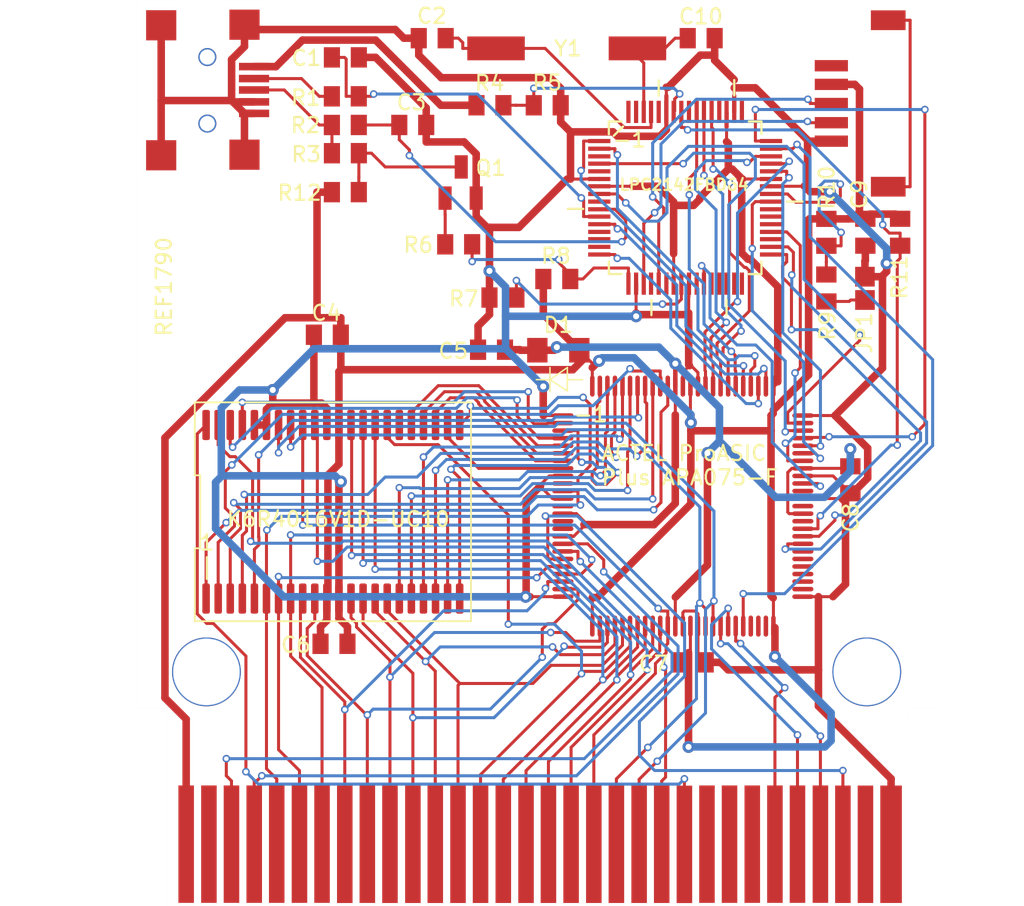
<source format=kicad_pcb>
(kicad_pcb (version 20211014) (generator pcbnew)
  (layers (0 "F.Cu" signal) (31 "B.Cu" signal) (34 "B.Paste" user) (35 "F.Paste" user) (36 "B.SilkS" user "B.Silkscreen") (37 "F.SilkS" user "F.Silkscreen") (38 "B.Mask" user) (39 "F.Mask" user) (44 "Edge.Cuts" user))
  (net 0 "")
  (net 1 "/R6-Q1")
  (net 2 "/GND")
  (net 3 "/Q1-R")
  (net 4 "/2142.D-")
  (net 5 "/XTAL2")
  (net 6 "/2142.D+")
  (net 7 "/VCC")
  (net 8 "/VCC.Internal")
  (net 9 "/XTAL1")
  (net 10 "/USB.D-")
  (net 11 "/USB.D+")
  (net 12 "/USB.VBUS")
  (net 13 "/P0.23")
  (net 14 "/P0.31")
  (net 15 "/P1.26")
  (net 16 "/P0.14")
  (net 17 "/2142.Reset")
  (net 18 "/P0.21")
  (net 19 "/P0.22")
  (net 21 "/P1.19")
  (net 23 "/P1.18")
  (net 25 "/P1.17")
  (net 29 "/P1.16")
  (net 30 "/P0.0")
  (net 32 "/P0.1")
  (net 35 "/P0.4")
  (net 41 "/P0.8")
  (net 42 "/P0.9")
  (net 44 "/P1.23")
  (net 48 "/P1.22")
  (net 49 "/P1.21")
  (net 50 "/P0.15")
  (net 51 "/P0.16")
  (net 52 "/P0.17")
  (net 53 "/P1.20")
  (net 56 "/P0.18")
  (net 57 "/P0.19")
  (net 58 "/P0.20")
  (net 63 "/SRAM.A0")
  (net 64 "/SRAM.A1")
  (net 65 "/SRAM.A2")
  (net 66 "/SRAM.A3")
  (net 67 "/SRAM.A4")
  (net 68 "/CS.ROM")
  (net 69 "/AD0")
  (net 70 "/AD1")
  (net 71 "/AD2")
  (net 72 "/AD3")
  (net 73 "/AD4")
  (net 74 "/AD5")
  (net 75 "/AD6")
  (net 76 "/AD7")
  (net 77 "/SRAM.WE")
  (net 78 "/SRAM.A5")
  (net 79 "/SRAM.A6")
  (net 80 "/SRAM.A7")
  (net 81 "/SRAM.A8")
  (net 82 "/SRAM.A9")
  (net 83 "/SRAM.A10")
  (net 84 "/SRAM.A11")
  (net 85 "/SRAM.A12")
  (net 86 "/SRAM.A13")
  (net 87 "/SRAM.A14")
  (net 89 "/AD8")
  (net 90 "/AD9")
  (net 91 "/AD10")
  (net 92 "/AD11")
  (net 93 "/AD12")
  (net 94 "/AD13")
  (net 95 "/AD14")
  (net 96 "/AD15")
  (net 97 "/SRAM.OE")
  (net 98 "/SRAM.A15")
  (net 99 "/A16")
  (net 100 "/A17")
  (net 101 "/JP1-R9")
  (net 105 "/Read")
  (net 106 "/Write")
  (net 107 "/CS.SRAM")
  (net 108 "/A23")
  (net 109 "/A22")
  (net 110 "/A21")
  (net 129 "unconnected-(J1-Pad6)")
  (footprint "Trainer Toolkit:Jumper Pads" (layer "F.Cu") (at 175.416 83.79 180)
    (fp_text reference "JP1")
    (fp_text value "Jumper_2_Open")
  )
  (footprint "Trainer Toolkit:Diode" (layer "F.Cu") (at 155.124 87.896 180)
    (fp_text reference "D1")
    (fp_text value "DIODE")
  )
  (footprint "Trainer Toolkit:SMD Cap and Res" (layer "F.Cu") (at 140.984 74.818)
    (fp_text reference "R3")
    (fp_text value "1.5k Ohm 0805")
  )
  (footprint "Trainer Toolkit:SMD Cap and Res" (layer "F.Cu") (at 150.665 87.837)
    (fp_text reference "C5")
    (fp_text value "100nF 0805")
  )
  (footprint "Trainer Toolkit:SMD Cap and Res" (layer "F.Cu") (at 150.561 71.642)
    (fp_text reference "R4")
    (fp_text value "51k Ohm 0805")
  )
  (footprint "Trainer Toolkit:SMD Cap and Res" (layer "F.Cu") (at 154.356 71.643)
    (fp_text reference "R5")
    (fp_text value "100k Ohm 0805")
  )
  (footprint "Trainer Toolkit:K6R4016V1D-UC10" (layer "F.Cu") (at 140.157 98.485)
    (fp_text reference "U1" hide)
    (fp_text value "K6R4016V1D-UC10")
  )
  (footprint "Trainer Toolkit:LPC Programming Port" (layer "F.Cu") (at 175.051 71.516)
    (fp_text reference "J1" hide)
    (fp_text value "LPC2142 Programming Connector")
  )
  (footprint "GBA:USB_Mini_B" (layer "F.Cu") (at 131.795 70.655 90)
    (fp_text reference "USB1" hide)
    (fp_text value "USB_B_Mini")
  )
  (footprint "Trainer Toolkit:SMD Cap and Res" (layer "F.Cu") (at 139.788 86.846)
    (fp_text reference "C4")
    (fp_text value "100nF 0805")
  )
  (footprint "Trainer Toolkit:Through Hole" (layer "F.Cu") (at 175.5 109.2)
    (fp_text reference "Hole1" hide)
    (fp_text value "Through Hole")
  )
  (footprint "Trainer Toolkit:SMD Cap and Res" (layer "F.Cu") (at 140.228 107.323)
    (fp_text reference "C6")
    (fp_text value "100nF 0805")
  )
  (footprint "GBA:Edge Connector" (layer "F.Cu") (at 153.658 120.585)
    (fp_text reference "J2" hide)
    (fp_text value "System_Edge_Connector")
  )
  (footprint "Trainer Toolkit:SMD Cap and Res" (layer "F.Cu") (at 177.727 80.101 90)
    (fp_text reference "R11")
    (fp_text value "10k Ohm 0805")
  )
  (footprint "Trainer Toolkit:SMD Cap and Res" (layer "F.Cu") (at 164.556 67.197)
    (fp_text reference "C10")
    (fp_text value "10pF 0805")
  )
  (footprint "Trainer Toolkit:SMD Cap and Res" (layer "F.Cu") (at 154.989 83.153)
    (fp_text reference "R8")
    (fp_text value "100k Ohm 0805")
  )
  (footprint "Trainer Toolkit:Crystal Clock" (layer "F.Cu") (at 155.689 67.872)
    (fp_text reference "Y1")
    (fp_text value "12 MHz Crystal")
  )
  (footprint "Trainer Toolkit:SMD Cap and Res" (layer "F.Cu") (at 140.98 72.949)
    (fp_text reference "R2")
    (fp_text value "33 Ohm 0805")
  )
  (footprint "Trainer Toolkit:SMD Cap and Res" (layer "F.Cu") (at 174.429 96.501 90)
    (fp_text reference "C8")
    (fp_text value "100nF 0805")
  )
  (footprint "Trainer Toolkit:SMD Cap and Res" (layer "F.Cu") (at 140.982 68.471)
    (fp_text reference "C1")
    (fp_text value "10pF 0805")
  )
  (footprint "Trainer Toolkit:Through Hole" (layer "F.Cu") (at 131.75 109.2)
    (fp_text reference "Hole" hide)
    (fp_text value "Through Hole")
  )
  (footprint "Trainer Toolkit:Transistor" (layer "F.Cu") (at 148.634 76.789)
    (fp_text reference "Q1")
    (fp_text value "1F - BC847B")
  )
  (footprint "Trainer Toolkit:SMD Cap and Res" (layer "F.Cu") (at 163.964 108.553)
    (fp_text reference "C7")
    (fp_text value "100nF 0805")
  )
  (footprint "Trainer Toolkit:SMD Cap and Res" (layer "F.Cu") (at 172.839 83.793 90)
    (fp_text reference "R9")
    (fp_text value "1k Ohm 0805")
  )
  (footprint "clipboard:867ee1a9-3078-458d-9784-2b6d66f4ccf8" (layer "F.Cu") (at 154.5554 89.848)
    (fp_text reference "DiodeIndicator" hide)
    (fp_text value "" hide)
  )
  (footprint "Trainer Toolkit:SMD Cap and Res" (layer "F.Cu") (at 151.422 84.382)
    (fp_text reference "R7")
    (fp_text value "10k Ohm 0805")
  )
  (footprint "Trainer Toolkit:SMD Cap and Res" (layer "F.Cu") (at 148.488 80.855)
    (fp_text reference "R6")
    (fp_text value "100k Ohm 0805")
  )
  (footprint "Trainer Toolkit:SMD Cap and Res" (layer "F.Cu") (at 172.84 80.107 90)
    (fp_text reference "R10")
    (fp_text value "10k Ohm 0805")
  )
  (footprint "Trainer Toolkit:SMD Cap and Res" (layer "F.Cu") (at 140.981 77.398)
    (fp_text reference "R12")
    (fp_text value "1k Ohm 0805")
  )
  (footprint "Trainer Toolkit:SMD Cap and Res" (layer "F.Cu") (at 146.736 67.197)
    (fp_text reference "C2")
    (fp_text value "10pF 0805")
  )
  (footprint "Trainer Toolkit:SMD Cap and Res" (layer "F.Cu") (at 145.446 72.948)
    (fp_text reference "C3")
    (fp_text value "10pF 0805")
  )
  (footprint "Trainer Toolkit:LPC2142" (layer "F.Cu") (at 163.512 77.799)
    (fp_text reference "U3" hide)
    (fp_text value "LPC2142FBD64" hide)
  )
  (footprint "GBA:GBA AR Max FPGA" (layer "F.Cu") (at 163.411 98.237 -90)
    (fp_text reference "U2" hide)
    (fp_text value "ACTEL ProASIC Plus APA075-F")
  )
  (footprint "Trainer Toolkit:SMD Cap and Res" (layer "F.Cu") (at 140.979 71.05)
    (fp_text reference "R1")
    (fp_text value "33 Ohm 0805")
  )
  (footprint "Trainer Toolkit:SMD Cap and Res" (layer "F.Cu") (at 175.422 80.101 90)
    (fp_text reference "C9")
    (fp_text value "100nF 0805")
  )
  (gr_line (start 127.1681 111.5467) (end 127.1681 64.6967) (layer "Edge.Cuts") (width 0.002))
  (gr_line (start 127.1681 64.6967) (end 180.2781 64.6967) (layer "Edge.Cuts") (width 0.002))
  (gr_line (start 128.477506 111.5467) (end 127.1681 111.5467) (layer "Edge.Cuts") (width 0.002))
  (gr_line (start 178.2031 124.7267) (end 129.2431 124.7267) (layer "Edge.Cuts") (width 0.002))
  (gr_arc (start 178.203 112.331) (mid 178.419744 111.776473) (end 178.969 111.5467) (layer "Edge.Cuts") (width 0.002))
  (gr_line (start 180.2781 64.6967) (end 180.2781 111.5467) (layer "Edge.Cuts") (width 0.002))
  (gr_line (start 129.2431 112.332396) (end 129.2431 124.7267) (layer "Edge.Cuts") (width 0.002))
  (gr_arc (start 128.477506 111.5467) (mid 129.026653 111.777454) (end 129.2431 112.332396) (layer "Edge.Cuts") (width 0.002))
  (gr_line (start 178.2031 112.331) (end 178.2031 124.7267) (layer "Edge.Cuts") (width 0.002))
  (gr_line (start 178.969 111.5467) (end 180.2781 111.5467) (layer "Edge.Cuts") (width 0.002))
  (gr_text "LPC2142FBD64" (at 163.446 76.937) (layer "F.SilkS") (effects (font (size 0.75 0.75))))
  (gr_text "K6R4016V1D-UC10" (at 140.529 99.094) (layer "F.SilkS") (effects (font (size 1 1))))
  (gr_text "1\n|" (at 131.828 101.452) (layer "F.SilkS") (effects (font (size 1 1))))
  (gr_text "-1" (at 157.239 92.156) (layer "F.SilkS") (effects (font (size 1 1))))
  (gr_text "ACTEL ProASIC \nPlus APA075-F" (at 163.81 95.526) (layer "F.SilkS") (effects (font (size 1 1))))
  (gr_text "-1" (at 159.811 73.95) (layer "F.SilkS") (effects (font (size 1 1))))
  (gr_text "REF1790" (at 128.983 83.688 90) (layer "F.SilkS") (effects (font (size 1 1))))
  (segment (start 147.605 78.8971) (end 147.614 78.9061) (width 0.2) (layer "F.Cu") (net 1))
  (segment (start 147.614 78.9061) (end 147.614 80.883) (width 0.2) (layer "F.Cu") (net 1))
  (segment (start 147.605 77.822) (end 147.605 78.8971) (width 0.2) (layer "F.Cu") (net 1))
  (segment (start 162.267 71.0379) (end 162.267 70.4753) (width 0.2) (layer "F.Cu") (net 2))
  (segment (start 171.7729 77.3949) (end 173.0932 77.3949) (width 0.5) (layer "F.Cu") (net 2))
  (segment (start 172.3427 111.4786) (end 172.3427 109.0752) (width 0.5) (layer "F.Cu") (net 2))
  (segment (start 162.267 72.1094) (end 162.267 71.0379) (width 0.2) (layer "F.Cu") (net 2))
  (segment (start 172.3427 109.0752) (end 172.3427 104.227) (width 0.5) (layer "F.Cu") (net 2))
  (segment (start 140.573 96.7306) (end 140.573 104.353) (width 0.5) (layer "F.Cu") (net 2))
  (segment (start 176.5847 83.0896) (end 176.5847 89.0853) (width 0.5) (layer "F.Cu") (net 2))
  (segment (start 134.7918 72.208) (end 134.314 72.208) (width 0.5) (layer "F.Cu") (net 2))
  (segment (start 166.7632 71.047) (end 166.7632 72.1094) (width 0.2792) (layer "F.Cu") (net 2))
  (segment (start 174.281 97.551) (end 174.4218 97.551) (width 0.5) (layer "F.Cu") (net 2))
  (segment (start 133.4622 71.3562) (end 133.4622 68.6369) (width 0.5) (layer "F.Cu") (net 2))
  (segment (start 134.316 66.6518) (end 144.3037 66.6518) (width 0.5) (layer "F.Cu") (net 2))
  (segment (start 171.6224 76.8176) (end 171.6224 74.05) (width 0.5) (layer "F.Cu") (net 2))
  (segment (start 173.198 74.05) (end 171.6479 74.05) (width 0.5) (layer "F.Cu") (net 2))
  (segment (start 165.466 68.6871) (end 165.466 68.3481) (width 0.5) (layer "F.Cu") (net 2))
  (segment (start 173.309 96.227) (end 174.457 97.375) (width 0.2) (layer "F.Cu") (net 2))
  (segment (start 134.973 92.853) (end 135.773 92.853) (width 0.5) (layer "F.Cu") (net 2))
  (segment (start 154.51 96.227) (end 153.934 96.803) (width 0.2) (layer "F.Cu") (net 2))
  (segment (start 175.423 83.028) (end 175.9731 83.028) (width 0.5) (layer "F.Cu") (net 2))
  (segment (start 133.4622 71.3562) (end 133.553 71.447) (width 0.5) (layer "F.Cu") (net 2))
  (segment (start 134.316 66.333) (end 134.316 66.6518) (width 0.5) (layer "F.Cu") (net 2))
  (segment (start 163.8 88.919) (end 163.36 89.359) (width 0.2) (layer "F.Cu") (net 2))
  (segment (start 134.316 66.6675) (end 134.316 67.7831) (width 0.5) (layer "F.Cu") (net 2))
  (segment (start 149.667 78.4315) (end 149.667 77.819) (width 0.5) (layer "F.Cu") (net 2))
  (segment (start 154.723 97.727) (end 155.41 97.727) (width 0.2) (layer "F.Cu") (net 2))
  (segment (start 176.864 82.6871) (end 176.864 82.1424) (width 0.5) (layer "F.Cu") (net 2))
  (segment (start 166.7625 69.9836) (end 165.466 68.6871) (width 0.5) (layer "F.Cu") (net 2))
  (segment (start 160.3701 85.5411) (end 163.746 85.5411) (width 0.5) (layer "F.Cu") (net 2))
  (segment (start 146.356 73.5365) (end 146.356 72.974) (width 0.5) (layer "F.Cu") (net 2))
  (segment (start 140.573 105.6589) (end 140.573 104.353) (width 0.5) (layer "F.Cu") (net 2))
  (segment (start 145.862 67.225) (end 144.8769 67.225) (width 0.5) (layer "F.Cu") (net 2))
  (segment (start 146.356 71.8489) (end 143.0041 68.497) (width 0.5) (layer "F.Cu") (net 2))
  (segment (start 135.773 91.8182) (end 136.1889 91.4023) (width 0.5) (layer "F.Cu") (net 2))
  (segment (start 139.4203 91.4023) (end 139.773 91.755) (width 0.5) (layer "F.Cu") (net 2))
  (segment (start 173.308 104.225) (end 174.1364 103.3966) (width 0.5) (layer "F.Cu") (net 2))
  (segment (start 152.9763 97.8405) (end 152.9763 104.235) (width 0.5) (layer "F.Cu") (net 2))
  (segment (start 128.798 67.8201) (end 128.798 71.3562) (width 0.5) (layer "F.Cu") (net 2))
  (segment (start 163.766 84.316) (end 163.746 84.336) (width 0.2) (layer "F.Cu") (net 2))
  (segment (start 150.548 85.5351) (end 149.791 86.2921) (width 0.5) (layer "F.Cu") (net 2))
  (segment (start 160.261 83.9069) (end 160.2608 83.9067) (width 0.2792) (layer "F.Cu") (net 2))
  (segment (start 174.281 97.551) (end 174.457 97.375) (width 0.2) (layer "F.Cu") (net 2))
  (segment (start 160.263 85.434) (end 160.3701 85.5411) (width 0.5) (layer "F.Cu") (net 2))
  (segment (start 174.1364 97.9642) (end 173.8992 97.727) (width 0.5) (layer "F.Cu") (net 2))
  (segment (start 175.45 80.975) (end 175.45 81.9601) (width 0.5) (layer "F.Cu") (net 2))
  (segment (start 134.314 72.208) (end 134.314 74.945) (width 0.5) (layer "F.Cu") (net 2))
  (segment (start 159.032 73.7265) (end 158.7383 73.4328) (width 0.5) (layer "F.Cu") (net 2))
  (segment (start 171.409 77.031) (end 171.6224 76.8176) (width 0.5) (layer "F.Cu") (net 2))
  (segment (start 146.356 73.5365) (end 146.356 74.0991) (width 0.5) (layer "F.Cu") (net 2))
  (segment (start 149.791 86.2921) (end 149.791 87.865) (width 0.5) (layer "F.Cu") (net 2))
  (segment (start 163.46 105.177) (end 164.174 105.177) (width 0.2) (layer "F.Cu") (net 2))
  (segment (start 152.4977 79.7603) (end 150.548 79.7603) (width 0.5) (layer "F.Cu") (net 2))
  (segment (start 175.9731 83.028) (end 176.5231 83.028) (width 0.5) (layer "F.Cu") (net 2))
  (segment (start 163.746 84.336) (end 163.746 85.427) (width 0.2) (layer "F.Cu") (net 2))
  (segment (start 171.409 77.031) (end 171.7729 77.3949) (width 0.5) (layer "F.Cu") (net 2))
  (segment (start 155.266 71.669) (end 155.266 72.7941) (width 0.5) (layer "F.Cu") (net 2))
  (segment (start 165.466 67.223) (end 165.466 68.3481) (width 0.5) (layer "F.Cu") (net 2))
  (segment (start 152.9417 104.235) (end 152.9763 104.235) (width 0.5) (layer "F.Cu") (net 2))
  (segment (start 134.951 72.208) (end 134.7918 72.208) (width 0.5) (layer "F.Cu") (net 2))
  (segment (start 176.5231 83.028) (end 176.5847 83.0896) (width 0.5) (layer "F.Cu") (net 2))
  (segment (start 164.874 108.579) (end 165.8591 108.579) (width 0.5) (layer "F.Cu") (net 2))
  (segment (start 143.0041 68.497) (end 141.892 68.497) (width 0.5) (layer "F.Cu") (net 2))
  (segment (start 172.3427 109.0752) (end 166.3553 109.0752) (width 0.5) (layer "F.Cu") (net 2))
  (segment (start 140.7021 96.6015) (end 140.573 96.7306) (width 0.5) (layer "F.Cu") (net 2))
  (segment (start 160.261 85.4318) (end 160.263 85.434) (width 0.2) (layer "F.Cu") (net 2))
  (segment (start 148.8693 74.0991) (end 146.356 74.0991) (width 0.5) (layer "F.Cu") (net 2))
  (segment (start 150.548 84.41) (end 150.548 85.5351) (width 0.5) (layer "F.Cu") (net 2))
  (segment (start 158.7383 73.4328) (end 155.9159 73.4328) (width 0.5) (layer "F.Cu") (net 2))
  (segment (start 175.423 81.9871) (end 175.423 83.028) (width 0.5) (layer "F.Cu") (net 2))
  (segment (start 141.138 107.349) (end 141.138 106.2239) (width 0.5) (layer "F.Cu") (net 2))
  (segment (start 171.403 77.037) (end 171.409 77.031) (width 0.2) (layer "F.Cu") (net 2))
  (segment (start 138.914 91.4023) (end 138.914 86.874) (width 0.5) (layer "F.Cu") (net 2))
  (segment (start 175.6065 96.3663) (end 175.6065 94.3905) (width 0.5) (layer "F.Cu") (net 2))
  (segment (start 163.746 85.5411) (end 163.746 88.865) (width 0.5) (layer "F.Cu") (net 2))
  (segment (start 162.2674 73.2963) (end 161.8372 73.7265) (width 0.5) (layer "F.Cu") (net 2))
  (segment (start 177.155 116.2909) (end 172.3427 111.4786) (width 0.5) (layer "F.Cu") (net 2))
  (segment (start 171.31 97.727) (end 173.8992 97.727) (width 0.2) (layer "F.Cu") (net 2))
  (segment (start 141.138 106.2239) (end 140.573 105.6589) (width 0.5) (layer "F.Cu") (net 2))
  (segment (start 160.261 83.4886) (end 160.261 83.9069) (width 0.2) (layer "F.Cu") (net 2))
  (segment (start 145.862 67.225) (end 145.862 68.3501) (width 0.5) (layer "F.Cu") (net 2))
  (segment (start 128.798 71.3562) (end 133.4622 71.3562) (width 0.5) (layer "F.Cu") (net 2))
  (segment (start 166.763 70.5155) (end 166.763 69.9842) (width 0.2) (layer "F.Cu") (net 2))
  (segment (start 153.934 96.9385) (end 154.723 97.727) (width 0.2) (layer "F.Cu") (net 2))
  (segment (start 138.914 91.4023) (end 139.4203 91.4023) (width 0.5) (layer "F.Cu") (net 2))
  (segment (start 153.934 96.803) (end 153.934 96.8828) (width 0.2) (layer "F.Cu") (net 2))
  (segment (start 162.267 70.4753) (end 162.3903 70.4753) (width 0.5) (layer "F.Cu") (net 2))
  (segment (start 157.822 76.5544) (end 156.855 76.5544) (width 0.2) (layer "F.Cu") (net 2))
  (segment (start 147.3554 69.8435) (end 145.862 68.3501) (width 0.5) (layer "F.Cu") (net 2))
  (segment (start 144.3037 66.6518) (end 144.8769 67.225) (width 0.5) (layer "F.Cu") (net 2))
  (segment (start 174.1364 103.3966) (end 174.1364 97.9642) (width 0.5) (layer "F.Cu") (net 2))
  (segment (start 164.36 108.065) (end 164.874 108.579) (width 0.2) (layer "F.Cu") (net 2))
  (segment (start 155.41 96.227) (end 154.51 96.227) (width 0.2) (layer "F.Cu") (net 2))
  (segment (start 146.356 72.974) (end 146.356 71.8489) (width 0.5) (layer "F.Cu") (net 2))
  (segment (start 136.1889 90.5328) (end 136.1889 91.4023) (width 0.5) (layer "F.Cu") (net 2))
  (segment (start 162.3903 70.4753) (end 164.5175 68.3481) (width 0.5) (layer "F.Cu") (net 2))
  (segment (start 134.316 66.6675) (end 134.316 66.6518) (width 0.5) (layer "F.Cu") (net 2))
  (segment (start 149.667 78.4315) (end 149.667 79.0441) (width 0.5) (layer "F.Cu") (net 2))
  (segment (start 172.3427 104.227) (end 173.306 104.227) (width 0.2) (layer "F.Cu") (net 2))
  (segment (start 171.31 96.227) (end 173.309 96.227) (width 0.2) (layer "F.Cu") (net 2))
  (segment (start 128.796 71.3582) (end 128.798 71.3562) (width 0.5) (layer "F.Cu") (net 2))
  (segment (start 162.2674 71.0383) (end 162.2674 72.1094) (width 0.2792) (layer "F.Cu") (net 2))
  (segment (start 136.1889 91.4023) (end 138.914 91.4023) (width 0.5) (layer "F.Cu") (net 2))
  (segment (start 154.1279 92.227) (end 154.1095 92.2086) (width 0.5) (layer "F.Cu") (net 2))
  (segment (start 133.4622 68.6369) (end 134.316 67.7831) (width 0.5) (layer "F.Cu") (net 2))
  (segment (start 171.6224 74.05) (end 171.6224 73.9757) (width 0.5) (layer "F.Cu") (net 2))
  (segment (start 157.822 76.5544) (end 157.8224 76.5544) (width 0.2792) (layer "F.Cu") (net 2))
  (segment (start 168.1622 70.5155) (end 166.763 70.5155) (width 0.5) (layer "F.Cu") (net 2))
  (segment (start 166.763 71.0468) (end 166.763 70.5155) (width 0.2) (layer "F.Cu") (net 2))
  (segment (start 150.548 79.7603) (end 150.3832 79.7603) (width 0.5) (layer "F.Cu") (net 2))
  (segment (start 163.746 88.865) (end 163.8 88.919) (width 0.5) (layer "F.Cu") (net 2))
  (segment (start 175.45 81.9601) (end 175.423 81.9871) (width 0.5) (layer "F.Cu") (net 2))
  (segment (start 174.4218 97.551) (end 175.6065 96.3663) (width 0.5) (layer "F.Cu") (net 2))
  (segment (start 154.5656 69.8435) (end 147.3554 69.8435) (width 0.5) (layer "F.Cu") (net 2))
  (segment (start 169.202 77.037) (end 169.2016 77.037) (width 0.2792) (layer "F.Cu") (net 2))
  (segment (start 152.9763 104.235) (end 153.237 104.235) (width 0.5) (layer "F.Cu") (net 2))
  (segment (start 150.3832 79.7603) (end 149.667 79.0441) (width 0.5) (layer "F.Cu") (net 2))
  (segment (start 176.5231 83.028) (end 176.864 82.6871) (width 0.5) (layer "F.Cu") (net 2))
  (segment (start 164.5175 68.3481) (end 165.466 68.3481) (width 0.5) (layer "F.Cu") (net 2))
  (segment (start 171.31 104.227) (end 172.3427 104.227) (width 0.2) (layer "F.Cu") (net 2))
  (segment (start 155.41 104.227) (end 153.245 104.227) (width 0.2) (layer "F.Cu") (net 2))
  (segment (start 164.174 105.177) (end 164.36 105.363) (width 0.2) (layer "F.Cu") (net 2))
  (segment (start 155.2772 72.7941) (end 155.266 72.7941) (width 0.5) (layer "F.Cu") (net 2))
  (segment (start 163.902 88.919) (end 163.8 88.919) (width 0.2) (layer "F.Cu") (net 2))
  (segment (start 160.263 85.434) (end 160.263 85.6488) (width 0.5) (layer "F.Cu") (net 2))
  (segment (start 177.155 120.631) (end 177.155 116.2909) (width 0.5) (layer "F.Cu") (net 2))
  (segment (start 153.934 96.8828) (end 153.934 96.9385) (width 0.2) (layer "F.Cu") (net 2))
  (segment (start 155.697 76.561) (end 152.4977 79.7603) (width 0.5) (layer "F.Cu") (net 2))
  (segment (start 166.763 69.9842) (end 166.7625 69.9836) (width 0.2) (layer "F.Cu") (net 2))
  (segment (start 163.36 89.359) (end 163.36 90.277) (width 0.2) (layer "F.Cu") (net 2))
  (segment (start 163.36 105.277) (end 163.46 105.177) (width 0.2) (layer "F.Cu") (net 2))
  (segment (start 149.667 74.8968) (end 148.8693 74.0991) (width 0.5) (layer "F.Cu") (net 2))
  (segment (start 164.36 105.363) (end 164.36 106.177) (width 0.2) (layer "F.Cu") (net 2))
  (segment (start 128.796 74.983) (end 128.796 71.3582) (width 0.5) (layer "F.Cu") (net 2))
  (segment (start 166.7625 69.9836) (end 166.762 69.983) (width 0.2) (layer "F.Cu") (net 2))
  (segment (start 169.202 77.037) (end 171.403 77.037) (width 0.2) (layer "F.Cu") (net 2))
  (segment (start 173.8992 97.727) (end 174.105 97.727) (width 0.2) (layer "F.Cu") (net 2))
  (segment (start 155.266 70.5439) (end 154.5656 69.8435) (width 0.5) (layer "F.Cu") (net 2))
  (segment (start 134.951 71.447) (end 133.553 71.447) (width 0.5) (layer "F.Cu") (net 2))
  (segment (start 134.314 72.208) (end 133.553 71.447) (width 0.5) (layer "F.Cu") (net 2))
  (segment (start 160.2608 83.9067) (end 160.2608 83.4886) (width 0.2792) (layer "F.Cu") (net 2))
  (segment (start 155.266 71.669) (end 155.266 70.5439) (width 0.5) (layer "F.Cu") (net 2))
  (segment (start 174.105 97.727) (end 174.281 97.551) (width 0.2) (layer "F.Cu") (net 2))
  (segment (start 173.306 104.227) (end 173.308 104.225) (width 0.2) (layer "F.Cu") (net 2))
  (segment (start 171.6224 74.05) (end 171.6479 74.05) (width 0.5) (layer "F.Cu") (net 2))
  (segment (start 175.6065 94.3905) (end 173.443 92.227) (width 0.5) (layer "F.Cu") (net 2))
  (segment (start 153.245 104.227) (end 153.237 104.235) (width 0.2) (layer "F.Cu") (net 2))
  (segment (start 156.848 76.561) (end 155.9159 76.561) (width 0.2) (layer "F.Cu") (net 2))
  (segment (start 139.773 91.755) (end 139.773 92.853) (width 0.5) (layer "F.Cu") (net 2))
  (segment (start 153.934 96.8828) (end 152.9763 97.8405) (width 0.5) (layer "F.Cu") (net 2))
  (segment (start 163.36 106.177) (end 163.36 105.277) (width 0.2) (layer "F.Cu") (net 2))
  (segment (start 160.261 83.9069) (end 160.261 85.4318) (width 0.2) (layer "F.Cu") (net 2))
  (segment (start 171.31 92.227) (end 173.443 92.227) (width 0.2) (layer "F.Cu") (net 2))
  (segment (start 154.1095 92.2086) (end 154.1095 90.2985) (width 0.5) (layer "F.Cu") (net 2))
  (segment (start 163.766 83.4886) (end 163.766 84.316) (width 0.2) (layer "F.Cu") (net 2))
  (segment (start 164.36 90.277) (end 164.36 89.377) (width 0.2) (layer "F.Cu") (net 2))
  (segment (start 161.8372 73.7265) (end 159.032 73.7265) (width 0.5) (layer "F.Cu") (net 2))
  (segment (start 166.763 72.1094) (end 166.763 71.0468) (width 0.2) (layer "F.Cu") (net 2))
  (segment (start 162.2674 73.2963) (end 162.2674 72.1094) (width 0.2792) (layer "F.Cu") (net 2))
  (segment (start 149.667 77.819) (end 149.667 74.8968) (width 0.5) (layer "F.Cu") (net 2))
  (segment (start 166.3553 109.0752) (end 165.8591 108.579) (width 0.5) (layer "F.Cu") (net 2))
  (segment (start 164.36 106.177) (end 164.36 108.065) (width 0.2) (layer "F.Cu") (net 2))
  (segment (start 171.6224 73.9757) (end 168.1622 70.5155) (width 0.5) (layer "F.Cu") (net 2))
  (segment (start 155.41 92.227) (end 154.1279 92.227) (width 0.2) (layer "F.Cu") (net 2))
  (segment (start 163.746 85.427) (end 163.746 85.5411) (width 0.5) (layer "F.Cu") (net 2))
  (segment (start 155.9159 73.4328) (end 155.9159 76.561) (width 0.5) (layer "F.Cu") (net 2))
  (segment (start 155.9159 73.4328) (end 155.2772 72.7941) (width 0.5) (layer "F.Cu") (net 2))
  (segment (start 128.798 66.37) (end 128.798 67.8201) (width 0.5) (layer "F.Cu") (net 2))
  (segment (start 150.548 82.6455) (end 150.548 84.41) (width 0.5) (layer "F.Cu") (net 2))
  (segment (start 156.855 76.5544) (end 156.848 76.561) (width 0.2) (layer "F.Cu") (net 2))
  (segment (start 150.548 79.7603) (end 150.548 82.6455) (width 0.5) (layer "F.Cu") (net 2))
  (segment (start 164.36 89.377) (end 163.902 88.919) (width 0.2) (layer "F.Cu") (net 2))
  (segment (start 176.5847 89.0853) (end 173.443 92.227) (width 0.5) (layer "F.Cu") (net 2))
  (segment (start 135.773 92.853) (end 135.773 91.8182) (width 0.5) (layer "F.Cu") (net 2))
  (segment (start 155.9159 76.561) (end 155.697 76.561) (width 0.2) (layer "F.Cu") (net 2))
  (via (at 173.0932 77.3949) (size 0.8) (drill 0.4) (layers "F.Cu" "B.Cu") (net 2))
  (via (at 152.9417 104.235) (size 0.8) (drill 0.4) (layers "F.Cu" "B.Cu") (net 2))
  (via (at 140.7021 96.6015) (size 0.8) (drill 0.4) (layers "F.Cu" "B.Cu") (net 2))
  (via (at 176.864 82.1424) (size 0.8) (drill 0.4) (layers "F.Cu" "B.Cu") (net 2))
  (via (at 136.1889 90.5328) (size 0.8) (drill 0.4) (layers "F.Cu" "B.Cu") (net 2))
  (via (at 160.263 85.6488) (size 0.8) (drill 0.4) (layers "F.Cu" "B.Cu") (net 2))
  (via (at 150.548 82.6455) (size 0.8) (drill 0.4) (layers "F.Cu" "B.Cu") (net 2))
  (via (at 154.1095 90.2985) (size 0.8) (drill 0.4) (layers "F.Cu" "B.Cu") (net 2))
  (segment (start 140.7021 96.6015) (end 140.3206 96.22) (width 0.5) (layer "B.Cu") (net 2))
  (segment (start 140.3206 96.22) (end 132.8258 96.22) (width 0.5) (layer "B.Cu") (net 2))
  (segment (start 136.9186 104.235) (end 152.9417 104.235) (width 0.5) (layer "B.Cu") (net 2))
  (segment (start 136.1889 90.5328) (end 133.9782 90.5328) (width 0.5) (layer "B.Cu") (net 2))
  (segment (start 151.6125 87.8015) (end 154.1095 90.2985) (width 0.5) (layer "B.Cu") (net 2))
  (segment (start 133.9782 90.5328) (end 132.7788 91.7322) (width 0.5) (layer "B.Cu") (net 2))
  (segment (start 151.6125 85.6488) (end 160.263 85.6488) (width 0.5) (layer "B.Cu") (net 2))
  (segment (start 151.6125 87.8015) (end 138.9202 87.8015) (width 0.5) (layer "B.Cu") (net 2))
  (segment (start 138.9202 87.8015) (end 136.1889 90.5328) (width 0.5) (layer "B.Cu") (net 2))
  (segment (start 176.864 82.1424) (end 176.864 81.1657) (width 0.5) (layer "B.Cu") (net 2))
  (segment (start 176.864 81.1657) (end 173.0932 77.3949) (width 0.5) (layer "B.Cu") (net 2))
  (segment (start 151.6125 85.6488) (end 151.6125 83.71) (width 0.5) (layer "B.Cu") (net 2))
  (segment (start 132.4021 99.7185) (end 136.9186 104.235) (width 0.5) (layer "B.Cu") (net 2))
  (segment (start 132.8258 96.22) (end 132.4021 96.6437) (width 0.5) (layer "B.Cu") (net 2))
  (segment (start 132.7788 96.173) (end 132.8258 96.22) (width 0.5) (layer "B.Cu") (net 2))
  (segment (start 151.6125 83.71) (end 150.548 82.6455) (width 0.5) (layer "B.Cu") (net 2))
  (segment (start 132.4021 96.6437) (end 132.4021 99.7185) (width 0.5) (layer "B.Cu") (net 2))
  (segment (start 132.7788 91.7322) (end 132.7788 96.173) (width 0.5) (layer "B.Cu") (net 2))
  (segment (start 151.6125 87.8015) (end 151.6125 85.6488) (width 0.5) (layer "B.Cu") (net 2))
  (segment (start 141.891 77.424) (end 141.891 76.4489) (width 0.2) (layer "F.Cu") (net 3))
  (segment (start 141.894 74.844) (end 142.7291 74.844) (width 0.2) (layer "F.Cu") (net 3))
  (segment (start 148.676 75.756) (end 147.9409 75.756) (width 0.2) (layer "F.Cu") (net 3))
  (segment (start 141.891 76.4489) (end 141.894 76.4459) (width 0.2) (layer "F.Cu") (net 3))
  (segment (start 141.894 76.4459) (end 141.894 74.844) (width 0.2) (layer "F.Cu") (net 3))
  (segment (start 143.6411 75.756) (end 147.9409 75.756) (width 0.2) (layer "F.Cu") (net 3))
  (segment (start 142.7291 74.844) (end 143.6411 75.756) (width 0.2) (layer "F.Cu") (net 3))
  (segment (start 140.108 68.499) (end 140.9431 68.499) (width 0.2) (layer "F.Cu") (net 4))
  (segment (start 142.8742 70.9259) (end 142.7241 71.076) (width 0.2) (layer "F.Cu") (net 4))
  (segment (start 141.0539 68.6098) (end 140.9431 68.499) (width 0.2) (layer "F.Cu") (net 4))
  (segment (start 141.889 71.076) (end 141.0539 71.076) (width 0.2) (layer "F.Cu") (net 4))
  (segment (start 156.7857 79.0436) (end 156.7857 77.9644) (width 0.2) (layer "F.Cu") (net 4))
  (segment (start 156.7857 77.9644) (end 156.6314 77.8101) (width 0.2) (layer "F.Cu") (net 4))
  (segment (start 157.8224 79.0436) (end 156.7857 79.0436) (width 0.2) (layer "F.Cu") (net 4))
  (segment (start 141.889 71.076) (end 142.7241 71.076) (width 0.2) (layer "F.Cu") (net 4))
  (segment (start 141.0539 71.076) (end 141.0539 68.6098) (width 0.2) (layer "F.Cu") (net 4))
  (via (at 142.8742 70.9259) (size 0.5) (drill 0.3) (layers "F.Cu" "B.Cu") (net 4))
  (via (at 156.6314 77.8101) (size 0.5) (drill 0.3) (layers "F.Cu" "B.Cu") (net 4))
  (segment (start 142.8742 70.9259) (end 149.7472 70.9259) (width 0.2) (layer "B.Cu") (net 4))
  (segment (start 149.7472 70.9259) (end 156.6314 77.8101) (width 0.2) (layer "B.Cu") (net 4))
  (segment (start 160.7688 72.1094) (end 160.7688 68.8648) (width 0.2) (layer "F.Cu") (net 5))
  (segment (start 161.6249 68.447) (end 162.8469 67.225) (width 0.2) (layer "F.Cu") (net 5))
  (segment (start 160.7688 68.8648) (end 160.351 68.447) (width 0.2) (layer "F.Cu") (net 5))
  (segment (start 160.351 68.447) (end 161.6249 68.447) (width 0.2) (layer "F.Cu") (net 5))
  (segment (start 160.351 67.902) (end 160.351 68.447) (width 0.2) (layer "F.Cu") (net 5))
  (segment (start 163.682 67.225) (end 162.8469 67.225) (width 0.2) (layer "F.Cu") (net 5))
  (segment (start 144.572 72.976) (end 144.572 73.9511) (width 0.2) (layer "F.Cu") (net 6))
  (segment (start 159.5762 79.2781) (end 159.5762 80.4462) (width 0.2) (layer "F.Cu") (net 6))
  (segment (start 144.572 72.976) (end 143.7369 72.976) (width 0.2) (layer "F.Cu") (net 6))
  (segment (start 158.8591 78.561) (end 159.5762 79.2781) (width 0.2) (layer "F.Cu") (net 6))
  (segment (start 145.242 74.6211) (end 144.572 73.9511) (width 0.2) (layer "F.Cu") (net 6))
  (segment (start 142.7251 72.975) (end 143.7359 72.975) (width 0.2) (layer "F.Cu") (net 6))
  (segment (start 159.5762 80.4462) (end 159.3125 80.7099) (width 0.2) (layer "F.Cu") (net 6))
  (segment (start 157.8224 78.561) (end 158.8591 78.561) (width 0.2) (layer "F.Cu") (net 6))
  (segment (start 143.7359 72.975) (end 143.7369 72.976) (width 0.2) (layer "F.Cu") (net 6))
  (segment (start 141.89 72.975) (end 142.7251 72.975) (width 0.2) (layer "F.Cu") (net 6))
  (segment (start 145.242 75.0025) (end 145.242 74.6211) (width 0.2) (layer "F.Cu") (net 6))
  (via (at 145.242 75.0025) (size 0.5) (drill 0.3) (layers "F.Cu" "B.Cu") (net 6))
  (via (at 159.3125 80.7099) (size 0.5) (drill 0.3) (layers "F.Cu" "B.Cu") (net 6))
  (segment (start 150.9494 80.7099) (end 159.3125 80.7099) (width 0.2) (layer "B.Cu") (net 6))
  (segment (start 145.242 75.0025) (end 150.9494 80.7099) (width 0.2) (layer "B.Cu") (net 6))
  (segment (start 163.86 107.811) (end 163.735 107.936) (width 0.2) (layer "F.Cu") (net 7))
  (segment (start 139.1219 85.7469) (end 140.698 85.7469) (width 0.5) (layer "F.Cu") (net 7))
  (segment (start 175.448 79.191) (end 175.0615 79.191) (width 0.5) (layer "F.Cu") (net 7))
  (segment (start 157.36 89.0497) (end 157.8078 88.6019) (width 0.5) (layer "F.Cu") (net 7))
  (segment (start 156.0696 89.1904) (end 156.9295 88.3305) (width 0.5) (layer "F.Cu") (net 7))
  (segment (start 167.8198 81.8636) (end 169.6466 83.6904) (width 0.5) (layer "F.Cu") (net 7))
  (segment (start 139.8438 104.2822) (end 139.8438 96.1734) (width 0.5) (layer "F.Cu") (net 7))
  (segment (start 163.889 98.0823) (end 157.6874 104.2839) (width 0.5) (layer "F.Cu") (net 7))
  (segment (start 166.3705 74.1973) (end 166.255 74.0818) (width 0.5) (layer "F.Cu") (net 7))
  (segment (start 129.046 93.7038) (end 137.0029 85.7469) (width 0.5) (layer "F.Cu") (net 7))
  (segment (start 167.158 76.4276) (end 166.6307 75.9003) (width 0.5) (layer "F.Cu") (net 7))
  (segment (start 157.36 104.286) (end 157.362 104.284) (width 0.2) (layer "F.Cu") (net 7))
  (segment (start 156.9295 88.3305) (end 156.499 87.9) (width 0.2) (layer "F.Cu") (net 7))
  (segment (start 163.889 93.2368) (end 169.2019 93.2368) (width 0.5) (layer "F.Cu") (net 7))
  (segment (start 169.4602 106.2772) (end 169.36 106.177) (width 0.2998) (layer "F.Cu") (net 7))
  (segment (start 166.255 73.0956) (end 166.255 74.0818) (width 0.2) (layer "F.Cu") (net 7))
  (segment (start 140.573 95.4442) (end 140.573 92.853) (width 0.5) (layer "F.Cu") (net 7))
  (segment (start 169.6466 83.6904) (end 169.6466 89.9904) (width 0.5) (layer "F.Cu") (net 7))
  (segment (start 166.6307 75.9003) (end 166.3705 75.9003) (width 0.5) (layer "F.Cu") (net 7))
  (segment (start 157.6874 104.2839) (end 157.362 104.2839) (width 0.5) (layer "F.Cu") (net 7))
  (segment (start 163.86 106.177) (end 163.86 107.811) (width 0.2) (layer "F.Cu") (net 7))
  (segment (start 140.698 86.872) (end 140.698 85.7469) (width 0.5) (layer "F.Cu") (net 7))
  (segment (start 162.747 81.504) (end 162.747 78.3027) (width 0.5) (layer "F.Cu") (net 7))
  (segment (start 175.7556 78.8834) (end 175.448 79.191) (width 0.5) (layer "F.Cu") (net 7))
  (segment (start 162.75 83.4886) (end 162.75 81.507) (width 0.2) (layer "F.Cu") (net 7))
  (segment (start 157.8224 77.037) (end 160.058 77.037) (width 0.2) (layer "F.Cu") (net 7))
  (segment (start 177.753 79.191) (end 177.4454 78.8834) (width 0.5) (layer "F.Cu") (net 7))
  (segment (start 167.158 76.551) (end 167.158 76.4276) (width 0.5) (layer "F.Cu") (net 7))
  (segment (start 167.668 81.8636) (end 167.8198 81.8636) (width 0.5) (layer "F.Cu") (net 7))
  (segment (start 169.36 92.071) (end 169.347 92.084) (width 0.2) (layer "F.Cu") (net 7))
  (segment (start 162.75 81.507) (end 162.747 81.504) (width 0.2) (layer "F.Cu") (net 7))
  (segment (start 139.354 106.2259) (end 139.773 105.8069) (width 0.5) (layer "F.Cu") (net 7))
  (segment (start 169.2019 104.1689) (end 169.344 104.311) (width 0.5) (layer "F.Cu") (net 7))
  (segment (start 139.1219 77.426) (end 139.1219 85.7469) (width 0.5) (layer "F.Cu") (net 7))
  (segment (start 163.735 107.936) (end 163.09 108.581) (width 0.2) (layer "F.Cu") (net 7))
  (segment (start 172.866 79.197) (end 174.3169 79.197) (width 0.5) (layer "F.Cu") (net 7))
  (segment (start 140.573 89.3154) (end 140.573 92.853) (width 0.5) (layer "F.Cu") (net 7))
  (segment (start 161.7107 77.037) (end 160.058 77.037) (width 0.5) (layer "F.Cu") (net 7))
  (segment (start 130.452 120.624) (end 130.452 112.3405) (width 0.5) (layer "F.Cu") (net 7))
  (segment (start 154.115 85.516) (end 156.499 87.9) (width 0.5) (layer "F.Cu") (net 7))
  (segment (start 163.86 90.277) (end 163.86 92.141) (width 0.2) (layer "F.Cu") (net 7))
  (segment (start 173.199 70.286) (end 174.7491 70.286) (width 0.5) (layer "F.Cu") (net 7))
  (segment (start 169.2019 93.2368) (end 169.2019 104.1689) (width 0.5) (layer "F.Cu") (net 7))
  (segment (start 166.2552 73.0954) (end 166.2552 72.1094) (width 0.2792) (layer "F.Cu") (net 7))
  (segment (start 167.161 76.5544) (end 167.158 76.551) (width 0.2) (layer "F.Cu") (net 7))
  (segment (start 140.698 86.872) (end 140.698 87.9971) (width 0.5) (layer "F.Cu") (net 7))
  (segment (start 140.107 77.426) (end 139.1219 77.426) (width 0.5) (layer "F.Cu") (net 7))
  (segment (start 169.36 90.277) (end 169.36 91.8561) (width 0.2) (layer "F.Cu") (net 7))
  (segment (start 166.3705 75.9003) (end 166.3705 74.1973) (width 0.5) (layer "F.Cu") (net 7))
  (segment (start 140.698 89.1904) (end 156.0696 89.1904) (width 0.5) (layer "F.Cu") (net 7))
  (segment (start 157.36 89.0497) (end 157.36 88.761) (width 0.2) (layer "F.Cu") (net 7))
  (segment (start 171.6904 89.5257) (end 171.6904 79.2475) (width 0.5) (layer "F.Cu") (net 7))
  (segment (start 163.862 92.143) (end 163.889 92.17) (width 0.5) (layer "F.Cu") (net 7))
  (segment (start 175.0615 79.191) (end 175.0615 70.5984) (width 0.5) (layer "F.Cu") (net 7))
  (segment (start 166.255 73.0956) (end 166.2552 73.0954) (width 0.2792) (layer "F.Cu") (net 7))
  (segment (start 157.36 106.177) (end 157.36 104.286) (width 0.2) (layer "F.Cu") (net 7))
  (segment (start 169.36 104.327) (end 169.344 104.311) (width 0.2) (layer "F.Cu") (net 7))
  (segment (start 172.866 79.197) (end 171.7409 79.197) (width 0.5) (layer "F.Cu") (net 7))
  (segment (start 157.362 104.2839) (end 157.362 104.284) (width 0.5) (layer "F.Cu") (net 7))
  (segment (start 139.773 105.8069) (end 139.773 104.353) (width 0.5) (layer "F.Cu") (net 7))
  (segment (start 169.2019 92.2291) (end 169.347 92.084) (width 0.5) (layer "F.Cu") (net 7))
  (segment (start 166.255 74.0818) (end 166.254 74.083) (width 0.2) (layer "F.Cu") (net 7))
  (segment (start 163.889 93.2368) (end 163.889 98.0823) (width 0.5) (layer "F.Cu") (net 7))
  (segment (start 140.698 87.9971) (end 140.698 89.1904) (width 0.5) (layer "F.Cu") (net 7))
  (segment (start 162.747 78.3027) (end 164.0739 78.3027) (width 0.5) (layer "F.Cu") (net 7))
  (segment (start 130.452 112.3405) (end 129.046 110.9345) (width 0.5) (layer "F.Cu") (net 7))
  (segment (start 167.2579 76.611) (end 167.2579 81.4535) (width 0.5) (layer "F.Cu") (net 7))
  (segment (start 163.889 92.6968) (end 163.889 93.2368) (width 0.5) (layer "F.Cu") (net 7))
  (segment (start 177.4454 78.8834) (end 175.7556 78.8834) (width 0.5) (layer "F.Cu") (net 7))
  (segment (start 163.889 92.17) (end 163.889 92.6968) (width 0.5) (layer "F.Cu") (net 7))
  (segment (start 167.2579 81.4535) (end 167.668 81.8636) (width 0.5) (layer "F.Cu") (net 7))
  (segment (start 169.36 106.177) (end 169.36 104.327) (width 0.2) (layer "F.Cu") (net 7))
  (segment (start 169.4602 106.2772) (end 169.4602 108.2033) (width 0.5) (layer "F.Cu") (net 7))
  (segment (start 167.3145 76.5544) (end 167.161 76.5544) (width 0.2) (layer "F.Cu") (net 7))
  (segment (start 162.747 78.3027) (end 162.747 78.0733) (width 0.5) (layer "F.Cu") (net 7))
  (segment (start 169.6466 89.9904) (end 169.36 90.277) (width 0.2998) (layer "F.Cu") (net 7))
  (segment (start 139.773 104.353) (end 139.8438 104.2822) (width 0.5) (layer "F.Cu") (net 7))
  (segment (start 164.0739 78.3027) (end 164.4839 77.8927) (width 0.5) (layer "F.Cu") (net 7))
  (segment (start 175.0615 79.191) (end 174.3229 79.191) (width 0.5) (layer "F.Cu") (net 7))
  (segment (start 169.202 76.5544) (end 169.2016 76.5544) (width 0.2) (layer "F.Cu") (net 7))
  (segment (start 162.747 78.0733) (end 161.7107 77.037) (width 0.5) (layer "F.Cu") (net 7))
  (segment (start 157.822 77.037) (end 157.8224 77.037) (width 0.2) (layer "F.Cu") (net 7))
  (segment (start 171.6904 79.2475) (end 171.7409 79.197) (width 0.5) (layer "F.Cu") (net 7))
  (segment (start 140.698 89.1904) (end 140.573 89.3154) (width 0.5) (layer "F.Cu") (net 7))
  (segment (start 157.36 90.277) (end 157.36 89.0497) (width 0.2) (layer "F.Cu") (net 7))
  (segment (start 169.2016 76.5544) (end 167.3145 76.5544) (width 0.2) (layer "F.Cu") (net 7))
  (segment (start 164.4839 77.8927) (end 164.4839 77.7869) (width 0.5) (layer "F.Cu") (net 7))
  (segment (start 167.3145 76.5544) (end 167.2579 76.611) (width 0.5) (layer "F.Cu") (net 7))
  (segment (start 174.3169 79.197) (end 174.3229 79.191) (width 0.5) (layer "F.Cu") (net 7))
  (segment (start 163.735 107.936) (end 163.735 114.18) (width 0.5) (layer "F.Cu") (net 7))
  (segment (start 169.36 91.8561) (end 171.6904 89.5257) (width 0.5) (layer "F.Cu") (net 7))
  (segment (start 169.36 91.8561) (end 169.36 92.071) (width 0.2) (layer "F.Cu") (net 7))
  (segment (start 129.046 110.9345) (end 129.046 93.7038) (width 0.5) (layer "F.Cu") (net 7))
  (segment (start 139.8438 96.1734) (end 140.573 95.4442) (width 0.5) (layer "F.Cu") (net 7))
  (segment (start 157.36 88.761) (end 156.9295 88.3305) (width 0.2) (layer "F.Cu") (net 7))
  (segment (start 139.354 107.351) (end 139.354 106.2259) (width 0.5) (layer "F.Cu") (net 7))
  (segment (start 137.0029 85.7469) (end 139.1219 85.7469) (width 0.5) (layer "F.Cu") (net 7))
  (segment (start 160.058 77.037) (end 160.061 77.034) (width 0.2) (layer "F.Cu") (net 7))
  (segment (start 154.115 83.181) (end 154.115 85.516) (width 0.5) (layer "F.Cu") (net 7))
  (segment (start 164.4839 77.7869) (end 166.3705 75.9003) (width 0.5) (layer "F.Cu") (net 7))
  (segment (start 175.0615 70.5984) (end 174.7491 70.286) (width 0.5) (layer "F.Cu") (net 7))
  (segment (start 166.255 72.1094) (end 166.255 73.0956) (width 0.2) (layer "F.Cu") (net 7))
  (segment (start 169.2019 93.2368) (end 169.2019 92.2291) (width 0.5) (layer "F.Cu") (net 7))
  (segment (start 163.86 92.141) (end 163.862 92.143) (width 0.2) (layer "F.Cu") (net 7))
  (via (at 163.735 114.18) (size 0.8) (drill 0.4) (layers "F.Cu" "B.Cu") (net 7))
  (via (at 157.8078 88.6019) (size 0.8) (drill 0.4) (layers "F.Cu" "B.Cu") (net 7))
  (via (at 163.889 92.6968) (size 0.8) (drill 0.4) (layers "F.Cu" "B.Cu") (net 7))
  (via (at 169.4602 108.2033) (size 0.8) (drill 0.4) (layers "F.Cu" "B.Cu") (net 7))
  (segment (start 173.181 111.9241) (end 173.181 113.7686) (width 0.5) (layer "B.Cu") (net 7))
  (segment (start 169.4602 108.2033) (end 173.181 111.9241) (width 0.5) (layer "B.Cu") (net 7))
  (segment (start 163.889 92.6968) (end 163.889 92.1624) (width 0.5) (layer "B.Cu") (net 7))
  (segment (start 163.889 92.1624) (end 160.1275 88.4009) (width 0.5) (layer "B.Cu") (net 7))
  (segment (start 173.181 113.7686) (end 172.7696 114.18) (width 0.5) (layer "B.Cu") (net 7))
  (segment (start 160.1275 88.4009) (end 158.0088 88.4009) (width 0.5) (layer "B.Cu") (net 7))
  (segment (start 158.0088 88.4009) (end 157.8078 88.6019) (width 0.5) (layer "B.Cu") (net 7))
  (segment (start 172.7696 114.18) (end 163.735 114.18) (width 0.5) (layer "B.Cu") (net 7))
  (segment (start 174.455 94.6059) (end 174.455 94.4436) (width 0.5) (layer "F.Cu") (net 8))
  (segment (start 162.86 88.8173) (end 162.86 88.7854) (width 0.5) (layer "F.Cu") (net 8))
  (segment (start 152.5601 87.8652) (end 152.5939 87.899) (width 0.5) (layer "F.Cu") (net 8))
  (segment (start 170.31 98.6275) (end 170.31 95.997) (width 0.2) (layer "F.Cu") (net 8))
  (segment (start 170.41 98.727) (end 170.31 98.6275) (width 0.2) (layer "F.Cu") (net 8))
  (segment (start 162.86 88.8173) (end 162.86 90.277) (width 0.2998) (layer "F.Cu") (net 8))
  (segment (start 156.806 99.223) (end 156.806 99.4512) (width 0.2) (layer "F.Cu") (net 8))
  (segment (start 174.319 95.727) (end 174.455 95.591) (width 0.2) (layer "F.Cu") (net 8))
  (segment (start 156.31 98.727) (end 156.806 99.223) (width 0.2) (layer "F.Cu") (net 8))
  (segment (start 164.9891 102.1289) (end 162.862 104.256) (width 0.5) (layer "F.Cu") (net 8))
  (segment (start 162.857 98.0448) (end 161.4506 99.4512) (width 0.5) (layer "F.Cu") (net 8))
  (segment (start 171.31 98.727) (end 170.41 98.727) (width 0.2) (layer "F.Cu") (net 8))
  (segment (start 161.4506 99.4512) (end 156.806 99.4512) (width 0.5) (layer "F.Cu") (net 8))
  (segment (start 162.86 106.177) (end 162.86 104.258) (width 0.2) (layer "F.Cu") (net 8))
  (segment (start 155.41 98.727) (end 156.31 98.727) (width 0.2) (layer "F.Cu") (net 8))
  (segment (start 162.86 92.176) (end 162.857 92.179) (width 0.2) (layer "F.Cu") (net 8))
  (segment (start 153.343 87.899) (end 153.719 87.899) (width 0.5) (layer "F.Cu") (net 8))
  (segment (start 162.857 92.179) (end 162.857 98.0448) (width 0.5) (layer "F.Cu") (net 8))
  (segment (start 174.455 95.591) (end 174.455 94.6059) (width 0.5) (layer "F.Cu") (net 8))
  (segment (start 170.581 95.727) (end 171.31 95.727) (width 0.2) (layer "F.Cu") (net 8))
  (segment (start 162.86 90.277) (end 162.86 92.176) (width 0.2) (layer "F.Cu") (net 8))
  (segment (start 153.719 87.899) (end 154.8441 87.899) (width 0.5) (layer "F.Cu") (net 8))
  (segment (start 151.575 87.863) (end 152.5601 87.863) (width 0.5) (layer "F.Cu") (net 8))
  (segment (start 156.13 100.227) (end 155.41 100.227) (width 0.2) (layer "F.Cu") (net 8))
  (segment (start 153.343 87.899) (end 152.5939 87.899) (width 0.5) (layer "F.Cu") (net 8))
  (segment (start 154.8441 87.899) (end 154.8441 87.8611) (width 0.5) (layer "F.Cu") (net 8))
  (segment (start 170.31 95.997) (end 170.581 95.727) (width 0.2) (layer "F.Cu") (net 8))
  (segment (start 171.31 95.727) (end 174.319 95.727) (width 0.2) (layer "F.Cu") (net 8))
  (segment (start 156.806 99.4512) (end 156.806 99.5515) (width 0.2) (layer "F.Cu") (net 8))
  (segment (start 162.86 104.258) (end 162.862 104.256) (width 0.2) (layer "F.Cu") (net 8))
  (segment (start 156.806 99.5515) (end 156.13 100.227) (width 0.2) (layer "F.Cu") (net 8))
  (segment (start 154.8441 87.8611) (end 155.0105 87.6947) (width 0.5) (layer "F.Cu") (net 8))
  (segment (start 152.5601 87.863) (end 152.5601 87.8652) (width 0.5) (layer "F.Cu") (net 8))
  (segment (start 164.9891 94.7107) (end 164.9891 102.1289) (width 0.5) (layer "F.Cu") (net 8))
  (via (at 164.9891 94.7107) (size 0.8) (drill 0.4) (layers "F.Cu" "B.Cu") (net 8))
  (via (at 162.86 88.7854) (size 0.8) (drill 0.4) (layers "F.Cu" "B.Cu") (net 8))
  (via (at 174.455 94.4436) (size 0.8) (drill 0.4) (layers "F.Cu" "B.Cu") (net 8))
  (via (at 155.0105 87.6947) (size 0.8) (drill 0.4) (layers "F.Cu" "B.Cu") (net 8))
  (segment (start 174.455 94.4436) (end 174.455 95.923) (width 0.5) (layer "B.Cu") (net 8))
  (segment (start 172.7362 97.6418) (end 169.509 97.6418) (width 0.5) (layer "B.Cu") (net 8))
  (segment (start 161.7693 87.6947) (end 155.0105 87.6947) (width 0.5) (layer "B.Cu") (net 8))
  (segment (start 165.7835 93.9163) (end 164.9891 94.7107) (width 0.5) (layer "B.Cu") (net 8))
  (segment (start 165.7835 91.7089) (end 165.7835 93.9163) (width 0.5) (layer "B.Cu") (net 8))
  (segment (start 174.455 95.923) (end 172.7362 97.6418) (width 0.5) (layer "B.Cu") (net 8))
  (segment (start 169.509 97.6418) (end 165.7835 93.9163) (width 0.5) (layer "B.Cu") (net 8))
  (segment (start 162.86 88.7854) (end 165.7835 91.7089) (width 0.5) (layer "B.Cu") (net 8))
  (segment (start 162.86 88.7854) (end 161.7693 87.6947) (width 0.5) (layer "B.Cu") (net 8))
  (segment (start 161.2514 73.1461) (end 159.4789 73.1461) (width 0.2) (layer "F.Cu") (net 9))
  (segment (start 150.982 67.902) (end 148.7769 67.902) (width 0.2) (layer "F.Cu") (net 9))
  (segment (start 154.2348 67.902) (end 150.982 67.902) (width 0.2) (layer "F.Cu") (net 9))
  (segment (start 147.646 67.223) (end 148.4811 67.223) (width 0.2) (layer "F.Cu") (net 9))
  (segment (start 148.7769 67.5188) (end 148.4811 67.223) (width 0.2) (layer "F.Cu") (net 9))
  (segment (start 161.2514 72.1094) (end 161.2514 73.1461) (width 0.2) (layer "F.Cu") (net 9))
  (segment (start 148.7769 67.902) (end 148.7769 67.5188) (width 0.2) (layer "F.Cu") (net 9))
  (segment (start 159.4789 73.1461) (end 154.2348 67.902) (width 0.2) (layer "F.Cu") (net 9))
  (segment (start 138.0939 69.902) (end 139.2699 71.078) (width 0.2) (layer "F.Cu") (net 10))
  (segment (start 140.105 71.078) (end 139.2699 71.078) (width 0.2) (layer "F.Cu") (net 10))
  (segment (start 134.947 69.902) (end 138.0939 69.902) (width 0.2) (layer "F.Cu") (net 10))
  (segment (start 140.106 72.977) (end 139.6885 72.977) (width 0.2) (layer "F.Cu") (net 11))
  (segment (start 140.11 73.3985) (end 140.11 74.846) (width 0.2) (layer "F.Cu") (net 11))
  (segment (start 134.947 70.656) (end 136.9499 70.656) (width 0.2) (layer "F.Cu") (net 11))
  (segment (start 139.6885 72.977) (end 139.2709 72.977) (width 0.2) (layer "F.Cu") (net 11))
  (segment (start 136.9499 70.656) (end 139.2709 72.977) (width 0.2) (layer "F.Cu") (net 11))
  (segment (start 139.6885 72.977) (end 140.11 73.3985) (width 0.2) (layer "F.Cu") (net 11))
  (segment (start 143.0042 67.352) (end 138.1581 67.352) (width 0.5) (layer "F.Cu") (net 12))
  (segment (start 148.7019 71.67) (end 147.3222 71.67) (width 0.5) (layer "F.Cu") (net 12))
  (segment (start 149.687 71.67) (end 148.7019 71.67) (width 0.5) (layer "F.Cu") (net 12))
  (segment (start 147.3222 71.67) (end 143.0042 67.352) (width 0.5) (layer "F.Cu") (net 12))
  (segment (start 138.1581 67.352) (end 136.4011 69.109) (width 0.5) (layer "F.Cu") (net 12))
  (segment (start 134.951 69.109) (end 136.4011 69.109) (width 0.5) (layer "F.Cu") (net 12))
  (segment (start 151.471 71.668) (end 152.3061 71.668) (width 0.2) (layer "F.Cu") (net 13))
  (segment (start 153.482 71.671) (end 153.482 70.5447) (width 0.2) (layer "F.Cu") (net 13))
  (segment (start 152.3091 71.671) (end 152.3061 71.668) (width 0.2) (layer "F.Cu") (net 13))
  (segment (start 162.8182 72.0412) (end 162.8182 71.2485) (width 0.2) (layer "F.Cu") (net 13))
  (segment (start 153.482 71.671) (end 152.3091 71.671) (width 0.2) (layer "F.Cu") (net 13))
  (segment (start 162.8182 71.2485) (end 163.1506 70.9161) (width 0.2) (layer "F.Cu") (net 13))
  (segment (start 162.75 72.1094) (end 162.8182 72.0412) (width 0.2) (layer "F.Cu") (net 13))
  (via (at 163.1506 70.9161) (size 0.5) (drill 0.3) (layers "F.Cu" "B.Cu") (net 13))
  (via (at 153.482 70.5447) (size 0.5) (drill 0.3) (layers "F.Cu" "B.Cu") (net 13))
  (segment (start 162.7792 70.5447) (end 163.1506 70.9161) (width 0.2) (layer "B.Cu") (net 13))
  (segment (start 153.482 70.5447) (end 162.7792 70.5447) (width 0.2) (layer "B.Cu") (net 13))
  (segment (start 156.2224 83.179) (end 155.136 82.0926) (width 0.2) (layer "F.Cu") (net 14))
  (segment (start 149.398 82.0222) (end 149.398 80.881) (width 0.2) (layer "F.Cu") (net 14))
  (segment (start 156.7341 83.179) (end 157.4612 82.4519) (width 0.2) (layer "F.Cu") (net 14))
  (segment (start 155.899 83.179) (end 156.2224 83.179) (width 0.2) (layer "F.Cu") (net 14))
  (segment (start 159.7528 83.4886) (end 159.7528 82.4519) (width 0.2) (layer "F.Cu") (net 14))
  (segment (start 157.4612 82.4519) (end 159.7528 82.4519) (width 0.2) (layer "F.Cu") (net 14))
  (segment (start 155.136 82.0926) (end 155.136 81.8915) (width 0.2) (layer "F.Cu") (net 14))
  (segment (start 156.3166 83.179) (end 156.7341 83.179) (width 0.2) (layer "F.Cu") (net 14))
  (segment (start 156.3166 83.179) (end 156.2224 83.179) (width 0.2) (layer "F.Cu") (net 14))
  (via (at 149.398 82.0222) (size 0.5) (drill 0.3) (layers "F.Cu" "B.Cu") (net 14))
  (via (at 155.136 81.8915) (size 0.5) (drill 0.3) (layers "F.Cu" "B.Cu") (net 14))
  (segment (start 149.398 82.0222) (end 149.5287 81.8915) (width 0.2) (layer "B.Cu") (net 14))
  (segment (start 149.5287 81.8915) (end 155.136 81.8915) (width 0.2) (layer "B.Cu") (net 14))
  (segment (start 162.9423 84.841) (end 162.0082 84.841) (width 0.2) (layer "F.Cu") (net 15))
  (segment (start 163.258 84.5253) (end 162.9423 84.841) (width 0.2) (layer "F.Cu") (net 15))
  (segment (start 163.258 83.4886) (end 163.258 84.5253) (width 0.2) (layer "F.Cu") (net 15))
  (segment (start 152.332 84.408) (end 152.332 83.2823) (width 0.2) (layer "F.Cu") (net 15))
  (via (at 162.0082 84.841) (size 0.5) (drill 0.3) (layers "F.Cu" "B.Cu") (net 15))
  (via (at 152.332 83.2823) (size 0.5) (drill 0.3) (layers "F.Cu" "B.Cu") (net 15))
  (segment (start 162.0082 84.841) (end 153.8907 84.841) (width 0.2) (layer "B.Cu") (net 15))
  (segment (start 153.8907 84.841) (end 152.332 83.2823) (width 0.2) (layer "B.Cu") (net 15))
  (segment (start 173.3984 78.0969) (end 173.7933 77.702) (width 0.2) (layer "F.Cu") (net 16))
  (segment (start 172.868 80.981) (end 173.8431 80.981) (width 0.2) (layer "F.Cu") (net 16))
  (segment (start 169.2016 77.545) (end 170.2961 77.545) (width 0.2) (layer "F.Cu") (net 16))
  (segment (start 172.868 80.981) (end 172.868 82.0449) (width 0.2) (layer "F.Cu") (net 16))
  (segment (start 173.8431 80.981) (end 173.8431 80.0913) (width 0.2) (layer "F.Cu") (net 16))
  (segment (start 173.7933 77.702) (end 173.7933 76.8925) (width 0.2) (layer "F.Cu") (net 16))
  (segment (start 172.865 82.883) (end 172.865 82.0479) (width 0.2) (layer "F.Cu") (net 16))
  (segment (start 172.868 82.0449) (end 172.865 82.0479) (width 0.2) (layer "F.Cu") (net 16))
  (segment (start 170.848 78.0969) (end 173.3984 78.0969) (width 0.2) (layer "F.Cu") (net 16))
  (segment (start 170.2961 77.545) (end 170.848 78.0969) (width 0.2) (layer "F.Cu") (net 16))
  (via (at 173.7933 76.8925) (size 0.5) (drill 0.3) (layers "F.Cu" "B.Cu") (net 16))
  (via (at 173.8431 80.0913) (size 0.5) (drill 0.3) (layers "F.Cu" "B.Cu") (net 16))
  (segment (start 172.3898 78.638) (end 172.3898 77.0571) (width 0.2) (layer "B.Cu") (net 16))
  (segment (start 173.5956 76.6948) (end 173.7933 76.8925) (width 0.2) (layer "B.Cu") (net 16))
  (segment (start 172.7521 76.6948) (end 173.5956 76.6948) (width 0.2) (layer "B.Cu") (net 16))
  (segment (start 173.8431 80.0913) (end 172.3898 78.638) (width 0.2) (layer "B.Cu") (net 16))
  (segment (start 172.3898 77.0571) (end 172.7521 76.6948) (width 0.2) (layer "B.Cu") (net 16))
  (segment (start 172.3101 99.0236) (end 172.4697 98.864) (width 0.2) (layer "F.Cu") (net 17))
  (segment (start 172.3101 99.727) (end 172.3101 99.0236) (width 0.2) (layer "F.Cu") (net 17))
  (segment (start 163.258 73.1461) (end 163.5151 73.1461) (width 0.2) (layer "F.Cu") (net 17))
  (segment (start 177.755 80.975) (end 177.755 80.1399) (width 0.2) (layer "F.Cu") (net 17))
  (segment (start 163.258 72.1094) (end 163.258 73.1461) (width 0.2) (layer "F.Cu") (net 17))
  (segment (start 177.0389 80.1399) (end 177.755 80.1399) (width 0.2) (layer "F.Cu") (net 17))
  (segment (start 177.5642 82.0009) (end 177.5642 94.186) (width 0.2) (layer "F.Cu") (net 17))
  (segment (start 171.31 99.727) (end 172.3101 99.727) (width 0.2) (layer "F.Cu") (net 17))
  (segment (start 177.755 80.975) (end 177.755 81.8101) (width 0.2) (layer "F.Cu") (net 17))
  (segment (start 176.6015 79.7025) (end 177.0389 80.1399) (width 0.2) (layer "F.Cu") (net 17))
  (segment (start 177.755 81.8101) (end 177.5642 82.0009) (width 0.2) (layer "F.Cu") (net 17))
  (segment (start 163.5151 73.1461) (end 163.6713 73.3023) (width 0.2) (layer "F.Cu") (net 17))
  (segment (start 176.6015 79.5835) (end 176.6015 79.7025) (width 0.2) (layer "F.Cu") (net 17))
  (via (at 176.6015 79.5835) (size 0.5) (drill 0.3) (layers "F.Cu" "B.Cu") (net 17))
  (via (at 172.4697 98.864) (size 0.5) (drill 0.3) (layers "F.Cu" "B.Cu") (net 17))
  (via (at 163.6713 73.3023) (size 0.5) (drill 0.3) (layers "F.Cu" "B.Cu") (net 17))
  (via (at 177.5642 94.186) (size 0.5) (drill 0.3) (layers "F.Cu" "B.Cu") (net 17))
  (segment (start 177.1477 94.186) (end 172.4697 98.864) (width 0.2) (layer "B.Cu") (net 17))
  (segment (start 177.5642 94.186) (end 177.1477 94.186) (width 0.2) (layer "B.Cu") (net 17))
  (segment (start 170.9811 73.3023) (end 163.6713 73.3023) (width 0.2) (layer "B.Cu") (net 17))
  (segment (start 176.6015 78.9227) (end 170.9811 73.3023) (width 0.2) (layer "B.Cu") (net 17))
  (segment (start 176.6015 79.5835) (end 176.6015 78.9227) (width 0.2) (layer "B.Cu") (net 17))
  (segment (start 167.3761 89.2608) (end 167.3761 88.9285) (width 0.2) (layer "F.Cu") (net 18))
  (segment (start 167.36 90.277) (end 167.36 89.2769) (width 0.2) (layer "F.Cu") (net 18))
  (segment (start 156.7857 74.0398) (end 156.7857 75.8274) (width 0.2) (layer "F.Cu") (net 18))
  (segment (start 157.8224 74.0398) (end 156.7857 74.0398) (width 0.2) (layer "F.Cu") (net 18))
  (segment (start 167.36 89.2769) (end 167.3761 89.2608) (width 0.2) (layer "F.Cu") (net 18))
  (segment (start 156.7857 75.8274) (end 156.6161 75.997) (width 0.2) (layer "F.Cu") (net 18))
  (via (at 156.6161 75.997) (size 0.5) (drill 0.3) (layers "F.Cu" "B.Cu") (net 18))
  (via (at 167.3761 88.9285) (size 0.5) (drill 0.3) (layers "F.Cu" "B.Cu") (net 18))
  (segment (start 156.6161 75.997) (end 156.6161 76.6697) (width 0.2) (layer "B.Cu") (net 18))
  (segment (start 163.5588 83.6124) (end 163.5588 86.3078) (width 0.2) (layer "B.Cu") (net 18))
  (segment (start 163.5588 86.3078) (end 166.1795 88.9285) (width 0.2) (layer "B.Cu") (net 18))
  (segment (start 166.1795 88.9285) (end 167.3761 88.9285) (width 0.2) (layer "B.Cu") (net 18))
  (segment (start 156.6161 76.6697) (end 163.5588 83.6124) (width 0.2) (layer "B.Cu") (net 18))
  (segment (start 157.8224 74.5478) (end 158.8591 74.5478) (width 0.2) (layer "F.Cu") (net 19))
  (segment (start 158.8591 74.5478) (end 158.8591 74.789) (width 0.2) (layer "F.Cu") (net 19))
  (segment (start 167.86 90.277) (end 167.86 89.2227) (width 0.2) (layer "F.Cu") (net 19))
  (segment (start 167.86 89.2227) (end 168.1235 88.9592) (width 0.2) (layer "F.Cu") (net 19))
  (segment (start 168.1235 88.9592) (end 168.1235 88.2685) (width 0.2) (layer "F.Cu") (net 19))
  (segment (start 158.8591 74.789) (end 159.0239 74.9538) (width 0.2) (layer "F.Cu") (net 19))
  (via (at 159.0239 74.9538) (size 0.5) (drill 0.3) (layers "F.Cu" "B.Cu") (net 19))
  (via (at 168.1235 88.2685) (size 0.5) (drill 0.3) (layers "F.Cu" "B.Cu") (net 19))
  (segment (start 167.0608 88.2685) (end 168.1235 88.2685) (width 0.2) (layer "B.Cu") (net 19))
  (segment (start 159.0239 78.5116) (end 164.359 83.8467) (width 0.2) (layer "B.Cu") (net 19))
  (segment (start 166.8009 88.5284) (end 167.0608 88.2685) (width 0.2) (layer "B.Cu") (net 19))
  (segment (start 164.359 83.8467) (end 164.359 86.5422) (width 0.2) (layer "B.Cu") (net 19))
  (segment (start 164.359 86.5422) (end 166.3452 88.5284) (width 0.2) (layer "B.Cu") (net 19))
  (segment (start 159.0239 74.9538) (end 159.0239 78.5116) (width 0.2) (layer "B.Cu") (net 19))
  (segment (start 166.3452 88.5284) (end 166.8009 88.5284) (width 0.2) (layer "B.Cu") (net 19))
  (segment (start 170.3099 93.227) (end 170.2222 93.227) (width 0.2) (layer "F.Cu") (net 21))
  (segment (start 171.31 93.227) (end 170.3099 93.227) (width 0.2) (layer "F.Cu") (net 21))
  (segment (start 163.3805 75.5384) (end 157.8224 75.5384) (width 0.2) (layer "F.Cu") (net 21))
  (segment (start 170.2222 93.227) (end 170.1423 93.3069) (width 0.2) (layer "F.Cu") (net 21))
  (via (at 163.3805 75.5384) (size 0.5) (drill 0.3) (layers "F.Cu" "B.Cu") (net 21))
  (via (at 170.1423 93.3069) (size 0.5) (drill 0.3) (layers "F.Cu" "B.Cu") (net 21))
  (segment (start 163.3805 75.5384) (end 164.0708 74.8481) (width 0.2) (layer "B.Cu") (net 21))
  (segment (start 166.4021 84.8772) (end 170.1423 88.6174) (width 0.2) (layer "B.Cu") (net 21))
  (segment (start 166.4021 78.2525) (end 166.4021 84.8772) (width 0.2) (layer "B.Cu") (net 21))
  (segment (start 168.1635 75.229) (end 168.1635 76.4911) (width 0.2) (layer "B.Cu") (net 21))
  (segment (start 167.7826 74.8481) (end 168.1635 75.229) (width 0.2) (layer "B.Cu") (net 21))
  (segment (start 168.1635 76.4911) (end 166.4021 78.2525) (width 0.2) (layer "B.Cu") (net 21))
  (segment (start 170.1423 88.6174) (end 170.1423 93.3069) (width 0.2) (layer "B.Cu") (net 21))
  (segment (start 164.0708 74.8481) (end 167.7826 74.8481) (width 0.2) (layer "B.Cu") (net 21))
  (segment (start 158.9863 77.545) (end 159.5762 78.1349) (width 0.2) (layer "F.Cu") (net 23))
  (segment (start 171.31 92.727) (end 170.3099 92.727) (width 0.2) (layer "F.Cu") (net 23))
  (segment (start 170.3099 92.727) (end 170.3099 92.0249) (width 0.2) (layer "F.Cu") (net 23))
  (segment (start 157.8224 77.545) (end 158.9863 77.545) (width 0.2) (layer "F.Cu") (net 23))
  (segment (start 175.0757 87.2591) (end 175.0757 86.8943) (width 0.2) (layer "F.Cu") (net 23))
  (segment (start 170.3099 92.0249) (end 175.0757 87.2591) (width 0.2) (layer "F.Cu") (net 23))
  (via (at 175.0757 86.8943) (size 0.5) (drill 0.3) (layers "F.Cu" "B.Cu") (net 23))
  (via (at 159.5762 78.1349) (size 0.5) (drill 0.3) (layers "F.Cu" "B.Cu") (net 23))
  (segment (start 160.7903 79.349) (end 159.5762 78.1349) (width 0.2) (layer "B.Cu") (net 23))
  (segment (start 163.7236 74.3931) (end 162.3096 75.8071) (width 0.2) (layer "B.Cu") (net 23))
  (segment (start 170.2351 74.3931) (end 163.7236 74.3931) (width 0.2) (layer "B.Cu") (net 23))
  (segment (start 175.0757 86.8943) (end 171.3859 83.2045) (width 0.2) (layer "B.Cu") (net 23))
  (segment (start 162.3096 78.7868) (end 161.7474 79.349) (width 0.2) (layer "B.Cu") (net 23))
  (segment (start 171.3859 75.5439) (end 170.2351 74.3931) (width 0.2) (layer "B.Cu") (net 23))
  (segment (start 162.3096 75.8071) (end 162.3096 78.7868) (width 0.2) (layer "B.Cu") (net 23))
  (segment (start 171.3859 83.2045) (end 171.3859 75.5439) (width 0.2) (layer "B.Cu") (net 23))
  (segment (start 161.7474 79.349) (end 160.7903 79.349) (width 0.2) (layer "B.Cu") (net 23))
  (segment (start 157.8224 79.5516) (end 158.8591 79.5516) (width 0.2) (layer "F.Cu") (net 25))
  (segment (start 158.8591 79.6908) (end 159.0254 79.8571) (width 0.2) (layer "F.Cu") (net 25))
  (segment (start 168.86 89.2454) (end 168.7272 89.1126) (width 0.2) (layer "F.Cu") (net 25))
  (segment (start 168.86 89.2769) (end 168.86 89.2454) (width 0.2) (layer "F.Cu") (net 25))
  (segment (start 168.86 90.277) (end 168.86 89.2769) (width 0.2) (layer "F.Cu") (net 25))
  (segment (start 158.8591 79.5516) (end 158.8591 79.6908) (width 0.2) (layer "F.Cu") (net 25))
  (via (at 159.0254 79.8571) (size 0.5) (drill 0.3) (layers "F.Cu" "B.Cu") (net 25))
  (via (at 168.7272 89.1126) (size 0.5) (drill 0.3) (layers "F.Cu" "B.Cu") (net 25))
  (segment (start 159.2377 79.8571) (end 162.9585 83.5779) (width 0.2) (layer "B.Cu") (net 25))
  (segment (start 159.0254 79.8571) (end 159.2377 79.8571) (width 0.2) (layer "B.Cu") (net 25))
  (segment (start 162.9585 83.5779) (end 162.9585 86.2733) (width 0.2) (layer "B.Cu") (net 25))
  (segment (start 166.1639 89.4787) (end 168.3611 89.4787) (width 0.2) (layer "B.Cu") (net 25))
  (segment (start 168.3611 89.4787) (end 168.7272 89.1126) (width 0.2) (layer "B.Cu") (net 25))
  (segment (start 162.9585 86.2733) (end 166.1639 89.4787) (width 0.2) (layer "B.Cu") (net 25))
  (segment (start 168.36 90.277) (end 168.36 91.2771) (width 0.2) (layer "F.Cu") (net 29))
  (segment (start 157.8224 81.5582) (end 158.8591 81.5582) (width 0.2) (layer "F.Cu") (net 29))
  (segment (start 159.0167 81.8112) (end 158.8591 81.6536) (width 0.2) (layer "F.Cu") (net 29))
  (segment (start 158.8591 81.6536) (end 158.8591 81.5582) (width 0.2) (layer "F.Cu") (net 29))
  (segment (start 168.36 91.2771) (end 168.36 91.4344) (width 0.2) (layer "F.Cu") (net 29))
  (via (at 168.36 91.4344) (size 0.5) (drill 0.3) (layers "F.Cu" "B.Cu") (net 29))
  (via (at 159.0167 81.8112) (size 0.5) (drill 0.3) (layers "F.Cu" "B.Cu") (net 29))
  (segment (start 159.7958 81.8112) (end 162.5583 84.5737) (width 0.2) (layer "B.Cu") (net 29))
  (segment (start 167.5538 91.4344) (end 168.36 91.4344) (width 0.2) (layer "B.Cu") (net 29))
  (segment (start 159.0167 81.8112) (end 159.7958 81.8112) (width 0.2) (layer "B.Cu") (net 29))
  (segment (start 162.5583 86.4389) (end 167.5538 91.4344) (width 0.2) (layer "B.Cu") (net 29))
  (segment (start 162.5583 84.5737) (end 162.5583 86.4389) (width 0.2) (layer "B.Cu") (net 29))
  (segment (start 173.199 72.825) (end 171.7989 72.825) (width 0.2) (layer "F.Cu") (net 30))
  (segment (start 160.7688 83.4886) (end 160.7688 79.5019) (width 0.2) (layer "F.Cu") (net 30))
  (segment (start 171.6149 72.7398) (end 171.7137 72.7398) (width 0.2) (layer "F.Cu") (net 30))
  (segment (start 160.7688 79.5019) (end 161.4871 78.7836) (width 0.2) (layer "F.Cu") (net 30))
  (segment (start 171.7137 72.7398) (end 171.7989 72.825) (width 0.2) (layer "F.Cu") (net 30))
  (via (at 171.6149 72.7398) (size 0.5) (drill 0.3) (layers "F.Cu" "B.Cu") (net 30))
  (via (at 161.4871 78.7836) (size 0.5) (drill 0.3) (layers "F.Cu" "B.Cu") (net 30))
  (segment (start 161.9093 78.3614) (end 161.4871 78.7836) (width 0.2) (layer "B.Cu") (net 30))
  (segment (start 163.412 72.7398) (end 161.9093 74.2425) (width 0.2) (layer "B.Cu") (net 30))
  (segment (start 171.6149 72.7398) (end 163.412 72.7398) (width 0.2) (layer "B.Cu") (net 30))
  (segment (start 161.9093 74.2425) (end 161.9093 78.3614) (width 0.2) (layer "B.Cu") (net 30))
  (segment (start 162.0894 78.9886) (end 162.0894 78.4707) (width 0.2) (layer "F.Cu") (net 32))
  (segment (start 173.197 71.554) (end 171.7969 71.554) (width 0.2) (layer "F.Cu") (net 32))
  (segment (start 162.0894 78.4707) (end 161.3592 77.7405) (width 0.2) (layer "F.Cu") (net 32))
  (segment (start 161.7594 83.4886) (end 161.7594 79.3186) (width 0.2) (layer "F.Cu") (net 32))
  (segment (start 171.7969 71.554) (end 171.7969 71.4281) (width 0.2) (layer "F.Cu") (net 32))
  (segment (start 161.7594 79.3186) (end 162.0894 78.9886) (width 0.2) (layer "F.Cu") (net 32))
  (segment (start 171.7969 71.4281) (end 171.6408 71.272) (width 0.2) (layer "F.Cu") (net 32))
  (via (at 161.3592 77.7405) (size 0.5) (drill 0.3) (layers "F.Cu" "B.Cu") (net 32))
  (via (at 171.6408 71.272) (size 0.5) (drill 0.3) (layers "F.Cu" "B.Cu") (net 32))
  (segment (start 164.2569 71.272) (end 161.3592 74.1697) (width 0.2) (layer "B.Cu") (net 32))
  (segment (start 171.6408 71.272) (end 164.2569 71.272) (width 0.2) (layer "B.Cu") (net 32))
  (segment (start 161.3592 74.1697) (end 161.3592 77.7405) (width 0.2) (layer "B.Cu") (net 32))
  (segment (start 172.3101 96.727) (end 172.3101 96.7526) (width 0.2) (layer "F.Cu") (net 35))
  (segment (start 171.31 96.727) (end 172.3101 96.727) (width 0.2) (layer "F.Cu") (net 35))
  (segment (start 164.7566 83.4886) (end 164.7566 82.4519) (width 0.2) (layer "F.Cu") (net 35))
  (segment (start 172.3101 96.7526) (end 172.4649 96.9074) (width 0.2) (layer "F.Cu") (net 35))
  (segment (start 164.6052 82.3005) (end 164.7566 82.4519) (width 0.2) (layer "F.Cu") (net 35))
  (via (at 172.4649 96.9074) (size 0.5) (drill 0.3) (layers "F.Cu" "B.Cu") (net 35))
  (via (at 164.6052 82.3005) (size 0.5) (drill 0.3) (layers "F.Cu" "B.Cu") (net 35))
  (segment (start 165.1592 82.8545) (end 164.6052 82.3005) (width 0.2) (layer "B.Cu") (net 35))
  (segment (start 169.2773 93.9992) (end 169.2773 88.6443) (width 0.2) (layer "B.Cu") (net 35))
  (segment (start 168.1857 87.5527) (end 166.9558 87.5527) (width 0.2) (layer "B.Cu") (net 35))
  (segment (start 166.9558 87.5527) (end 165.1592 85.7561) (width 0.2) (layer "B.Cu") (net 35))
  (segment (start 172.1855 96.9074) (end 169.2773 93.9992) (width 0.2) (layer "B.Cu") (net 35))
  (segment (start 165.1592 85.7561) (end 165.1592 82.8545) (width 0.2) (layer "B.Cu") (net 35))
  (segment (start 172.4649 96.9074) (end 172.1855 96.9074) (width 0.2) (layer "B.Cu") (net 35))
  (segment (start 169.2773 88.6443) (end 168.1857 87.5527) (width 0.2) (layer "B.Cu") (net 35))
  (segment (start 171.31 100.227) (end 172.3768 100.227) (width 0.2) (layer "F.Cu") (net 41))
  (segment (start 172.3768 100.227) (end 173.4363 99.1675) (width 0.2) (layer "F.Cu") (net 41))
  (segment (start 170.2383 82.0446) (end 170.2383 81.5582) (width 0.2) (layer "F.Cu") (net 41))
  (segment (start 170.5541 86.5375) (end 170.5541 83.6694) (width 0.2) (layer "F.Cu") (net 41))
  (segment (start 169.2016 81.5582) (end 170.2383 81.5582) (width 0.2) (layer "F.Cu") (net 41))
  (segment (start 169.966 83.0813) (end 169.966 82.3169) (width 0.2) (layer "F.Cu") (net 41))
  (segment (start 170.5541 83.6694) (end 169.966 83.0813) (width 0.2) (layer "F.Cu") (net 41))
  (segment (start 169.966 82.3169) (end 170.2383 82.0446) (width 0.2) (layer "F.Cu") (net 41))
  (segment (start 173.4363 99.1675) (end 173.4363 98.8243) (width 0.2) (layer "F.Cu") (net 41))
  (via (at 173.4363 98.8243) (size 0.5) (drill 0.3) (layers "F.Cu" "B.Cu") (net 41))
  (via (at 170.5541 86.5375) (size 0.5) (drill 0.3) (layers "F.Cu" "B.Cu") (net 41))
  (segment (start 172.2626 86.5375) (end 170.5541 86.5375) (width 0.2) (layer "B.Cu") (net 41))
  (segment (start 179.108 93.892) (end 179.108 93.3829) (width 0.2) (layer "B.Cu") (net 41))
  (segment (start 173.4363 98.8243) (end 174.1757 98.8243) (width 0.2) (layer "B.Cu") (net 41))
  (segment (start 174.1757 98.8243) (end 179.108 93.892) (width 0.2) (layer "B.Cu") (net 41))
  (segment (start 179.108 93.3829) (end 172.2626 86.5375) (width 0.2) (layer "B.Cu") (net 41))
  (segment (start 170.3099 100.727) (end 170.3099 100.9068) (width 0.2) (layer "F.Cu") (net 42))
  (segment (start 170.6826 81.4144) (end 170.6826 82.8067) (width 0.2) (layer "F.Cu") (net 42))
  (segment (start 170.3099 100.9068) (end 170.1413 101.0754) (width 0.2) (layer "F.Cu") (net 42))
  (segment (start 171.31 100.727) (end 170.3099 100.727) (width 0.2) (layer "F.Cu") (net 42))
  (segment (start 169.2016 81.0502) (end 170.3184 81.0502) (width 0.2) (layer "F.Cu") (net 42))
  (segment (start 170.6826 82.8067) (end 170.576 82.9133) (width 0.2) (layer "F.Cu") (net 42))
  (segment (start 170.3184 81.0502) (end 170.6826 81.4144) (width 0.2) (layer "F.Cu") (net 42))
  (via (at 170.576 82.9133) (size 0.5) (drill 0.3) (layers "F.Cu" "B.Cu") (net 42))
  (via (at 170.1413 101.0754) (size 0.5) (drill 0.3) (layers "F.Cu" "B.Cu") (net 42))
  (segment (start 170.1413 101.0754) (end 172.4904 101.0754) (width 0.2) (layer "B.Cu") (net 42))
  (segment (start 170.576 83.7194) (end 170.576 82.9133) (width 0.2) (layer "B.Cu") (net 42))
  (segment (start 179.5081 92.6515) (end 170.576 83.7194) (width 0.2) (layer "B.Cu") (net 42))
  (segment (start 172.4904 101.0754) (end 179.5081 94.0577) (width 0.2) (layer "B.Cu") (net 42))
  (segment (start 179.5081 94.0577) (end 179.5081 92.6515) (width 0.2) (layer "B.Cu") (net 42))
  (segment (start 171.1402 80.9615) (end 170.2383 80.0596) (width 0.2) (layer "F.Cu") (net 44))
  (segment (start 171.1402 89.0557) (end 171.1402 80.9615) (width 0.2) (layer "F.Cu") (net 44))
  (segment (start 170.3099 94.2101) (end 170.1574 94.0576) (width 0.2) (layer "F.Cu") (net 44))
  (segment (start 170.7925 89.4034) (end 171.1402 89.0557) (width 0.2) (layer "F.Cu") (net 44))
  (segment (start 169.2016 80.0596) (end 170.2383 80.0596) (width 0.2) (layer "F.Cu") (net 44))
  (segment (start 171.31 95.227) (end 170.3099 95.227) (width 0.2) (layer "F.Cu") (net 44))
  (segment (start 170.3099 95.227) (end 170.3099 94.2101) (width 0.2) (layer "F.Cu") (net 44))
  (via (at 170.7925 89.4034) (size 0.5) (drill 0.3) (layers "F.Cu" "B.Cu") (net 44))
  (via (at 170.1574 94.0576) (size 0.5) (drill 0.3) (layers "F.Cu" "B.Cu") (net 44))
  (segment (start 170.2965 94.0576) (end 170.7925 93.5616) (width 0.2) (layer "B.Cu") (net 44))
  (segment (start 170.1574 94.0576) (end 170.2965 94.0576) (width 0.2) (layer "B.Cu") (net 44))
  (segment (start 170.7925 93.5616) (end 170.7925 89.4034) (width 0.2) (layer "B.Cu") (net 44))
  (segment (start 171.31 94.727) (end 172.1292 94.727) (width 0.2) (layer "F.Cu") (net 48))
  (segment (start 167.958 78.2599) (end 168.1649 78.053) (width 0.2) (layer "F.Cu") (net 48))
  (segment (start 172.1292 94.727) (end 172.4677 95.0655) (width 0.2) (layer "F.Cu") (net 48))
  (segment (start 167.958 81.1635) (end 167.958 78.2599) (width 0.2) (layer "F.Cu") (net 48))
  (segment (start 169.2016 78.053) (end 168.1649 78.053) (width 0.2) (layer "F.Cu") (net 48))
  (via (at 167.958 81.1635) (size 0.5) (drill 0.3) (layers "F.Cu" "B.Cu") (net 48))
  (via (at 172.4677 95.0655) (size 0.5) (drill 0.3) (layers "F.Cu" "B.Cu") (net 48))
  (segment (start 171.3637 93.9615) (end 172.4677 95.0655) (width 0.2) (layer "B.Cu") (net 48))
  (segment (start 171.3637 88.6908) (end 171.3637 93.9615) (width 0.2) (layer "B.Cu") (net 48))
  (segment (start 167.958 81.1635) (end 167.958 85.2851) (width 0.2) (layer "B.Cu") (net 48))
  (segment (start 167.958 85.2851) (end 171.3637 88.6908) (width 0.2) (layer "B.Cu") (net 48))
  (segment (start 169.2016 76.0464) (end 170.2383 76.0464) (width 0.2) (layer "F.Cu") (net 49))
  (segment (start 171.31 94.227) (end 172.4475 94.227) (width 0.2) (layer "F.Cu") (net 49))
  (segment (start 170.2383 76.0464) (end 170.2383 76.3146) (width 0.2) (layer "F.Cu") (net 49))
  (segment (start 170.2383 76.3146) (end 170.3938 76.4701) (width 0.2) (layer "F.Cu") (net 49))
  (segment (start 172.4475 94.227) (end 172.4745 94.254) (width 0.2) (layer "F.Cu") (net 49))
  (via (at 170.3938 76.4701) (size 0.5) (drill 0.3) (layers "F.Cu" "B.Cu") (net 49))
  (via (at 172.4745 94.254) (size 0.5) (drill 0.3) (layers "F.Cu" "B.Cu") (net 49))
  (segment (start 169.9794 86.7407) (end 172.4745 89.2358) (width 0.2) (layer "B.Cu") (net 49))
  (segment (start 169.9794 76.8845) (end 169.9794 86.7407) (width 0.2) (layer "B.Cu") (net 49))
  (segment (start 172.4745 89.2358) (end 172.4745 94.254) (width 0.2) (layer "B.Cu") (net 49))
  (segment (start 170.3938 76.4701) (end 169.9794 76.8845) (width 0.2) (layer "B.Cu") (net 49))
  (segment (start 164.8226 86.6917) (end 166.8388 84.6755) (width 0.2) (layer "F.Cu") (net 50))
  (segment (start 166.8388 84.6755) (end 166.9786 84.6755) (width 0.2) (layer "F.Cu") (net 50))
  (segment (start 164.86 89.2769) (end 164.8226 89.2395) (width 0.2) (layer "F.Cu") (net 50))
  (segment (start 170.2479 75.5384) (end 170.4042 75.3821) (width 0.2) (layer "F.Cu") (net 50))
  (segment (start 164.8226 89.2395) (end 164.8226 86.6917) (width 0.2) (layer "F.Cu") (net 50))
  (segment (start 169.2016 75.5384) (end 170.2479 75.5384) (width 0.2) (layer "F.Cu") (net 50))
  (segment (start 164.86 90.277) (end 164.86 89.2769) (width 0.2) (layer "F.Cu") (net 50))
  (via (at 166.9786 84.6755) (size 0.5) (drill 0.3) (layers "F.Cu" "B.Cu") (net 50))
  (via (at 170.4042 75.3821) (size 0.5) (drill 0.3) (layers "F.Cu" "B.Cu") (net 50))
  (segment (start 170.4042 75.3821) (end 166.9786 78.8077) (width 0.2) (layer "B.Cu") (net 50))
  (segment (start 166.9786 78.8077) (end 166.9786 84.6755) (width 0.2) (layer "B.Cu") (net 50))
  (segment (start 165.2227 88.5375) (end 165.2227 87.0695) (width 0.2) (layer "F.Cu") (net 51))
  (segment (start 168.1649 75.0558) (end 167.7683 75.4524) (width 0.2) (layer "F.Cu") (net 51))
  (segment (start 167.7683 75.4524) (end 167.6087 75.4524) (width 0.2) (layer "F.Cu") (net 51))
  (segment (start 165.2227 87.0695) (end 166.2367 86.0555) (width 0.2) (layer "F.Cu") (net 51))
  (segment (start 165.36 90.277) (end 165.36 88.6748) (width 0.2) (layer "F.Cu") (net 51))
  (segment (start 169.2016 75.0558) (end 168.1649 75.0558) (width 0.2) (layer "F.Cu") (net 51))
  (segment (start 165.36 88.6748) (end 165.2227 88.5375) (width 0.2) (layer "F.Cu") (net 51))
  (via (at 167.6087 75.4524) (size 0.5) (drill 0.3) (layers "F.Cu" "B.Cu") (net 51))
  (via (at 166.2367 86.0555) (size 0.5) (drill 0.3) (layers "F.Cu" "B.Cu") (net 51))
  (segment (start 165.5593 78.6001) (end 164.1929 77.2337) (width 0.2) (layer "B.Cu") (net 51))
  (segment (start 166.2367 86.0555) (end 165.5593 85.3781) (width 0.2) (layer "B.Cu") (net 51))
  (segment (start 167.4936 75.3373) (end 167.6087 75.4524) (width 0.2) (layer "B.Cu") (net 51))
  (segment (start 165.5593 85.3781) (end 165.5593 78.6001) (width 0.2) (layer "B.Cu") (net 51))
  (segment (start 164.1929 76.0454) (end 164.901 75.3373) (width 0.2) (layer "B.Cu") (net 51))
  (segment (start 164.1929 77.2337) (end 164.1929 76.0454) (width 0.2) (layer "B.Cu") (net 51))
  (segment (start 164.901 75.3373) (end 167.4936 75.3373) (width 0.2) (layer "B.Cu") (net 51))
  (segment (start 167.36 106.177) (end 167.36 104.03) (width 0.2) (layer "F.Cu") (net 52))
  (segment (start 170.6403 74.5478) (end 169.2016 74.5478) (width 0.2) (layer "F.Cu") (net 52))
  (segment (start 170.9223 74.2658) (end 170.6403 74.5478) (width 0.2) (layer "F.Cu") (net 52))
  (via (at 167.36 104.03) (size 0.5) (drill 0.3) (layers "F.Cu" "B.Cu") (net 52))
  (via (at 170.9223 74.2658) (size 0.5) (drill 0.3) (layers "F.Cu" "B.Cu") (net 52))
  (segment (start 171.786 75.1295) (end 170.9223 74.2658) (width 0.2) (layer "B.Cu") (net 52))
  (segment (start 170.1016 104.03) (end 179.9082 94.2234) (width 0.2) (layer "B.Cu") (net 52))
  (segment (start 179.9082 88.5158) (end 171.786 80.3936) (width 0.2) (layer "B.Cu") (net 52))
  (segment (start 171.786 80.3936) (end 171.786 75.1295) (width 0.2) (layer "B.Cu") (net 52))
  (segment (start 167.36 104.03) (end 170.1016 104.03) (width 0.2) (layer "B.Cu") (net 52))
  (segment (start 179.9082 94.2234) (end 179.9082 88.5158) (width 0.2) (layer "B.Cu") (net 52))
  (segment (start 171.3598 93.6772) (end 172.9996 93.6772) (width 0.2) (layer "F.Cu") (net 53))
  (segment (start 168.1649 74.0398) (end 168.1649 71.9521) (width 0.2) (layer "F.Cu") (net 53))
  (segment (start 171.31 93.727) (end 171.3598 93.6772) (width 0.2) (layer "F.Cu") (net 53))
  (segment (start 169.2016 74.0398) (end 168.1649 74.0398) (width 0.2) (layer "F.Cu") (net 53))
  (segment (start 179.3926 71.9521) (end 179.3926 92.7949) (width 0.2) (layer "F.Cu") (net 53))
  (segment (start 179.3926 92.7949) (end 178.5568 93.6307) (width 0.2) (layer "F.Cu") (net 53))
  (segment (start 172.9996 93.6772) (end 173.0461 93.6307) (width 0.2) (layer "F.Cu") (net 53))
  (via (at 168.1649 71.9521) (size 0.5) (drill 0.3) (layers "F.Cu" "B.Cu") (net 53))
  (via (at 178.5568 93.6307) (size 0.5) (drill 0.3) (layers "F.Cu" "B.Cu") (net 53))
  (via (at 173.0461 93.6307) (size 0.5) (drill 0.3) (layers "F.Cu" "B.Cu") (net 53))
  (via (at 179.3926 71.9521) (size 0.5) (drill 0.3) (layers "F.Cu" "B.Cu") (net 53))
  (segment (start 179.3926 71.9521) (end 168.1649 71.9521) (width 0.2) (layer "B.Cu") (net 53))
  (segment (start 173.0461 93.6307) (end 178.5568 93.6307) (width 0.2) (layer "B.Cu") (net 53))
  (segment (start 165.6228 88.3718) (end 165.6228 87.4474) (width 0.2) (layer "F.Cu") (net 56))
  (segment (start 165.6228 87.4474) (end 167.7618 85.3084) (width 0.2) (layer "F.Cu") (net 56))
  (segment (start 167.5447 82.4137) (end 167.4401 82.4137) (width 0.2) (layer "F.Cu") (net 56))
  (segment (start 167.7618 82.6308) (end 167.5447 82.4137) (width 0.2) (layer "F.Cu") (net 56))
  (segment (start 167.7618 85.3084) (end 167.7618 82.6308) (width 0.2) (layer "F.Cu") (net 56))
  (segment (start 166.4551 81.4287) (end 166.4551 76.8061) (width 0.2) (layer "F.Cu") (net 56))
  (segment (start 167.4401 82.4137) (end 166.4551 81.4287) (width 0.2) (layer "F.Cu") (net 56))
  (segment (start 165.2646 72.1094) (end 165.2646 73.1461) (width 0.2) (layer "F.Cu") (net 56))
  (segment (start 165.86 90.277) (end 165.86 88.609) (width 0.2) (layer "F.Cu") (net 56))
  (segment (start 165.3644 73.2459) (end 165.3644 75.8966) (width 0.2) (layer "F.Cu") (net 56))
  (segment (start 165.2646 73.1461) (end 165.3644 73.2459) (width 0.2) (layer "F.Cu") (net 56))
  (segment (start 165.86 88.609) (end 165.6228 88.3718) (width 0.2) (layer "F.Cu") (net 56))
  (via (at 166.4551 76.8061) (size 0.5) (drill 0.3) (layers "F.Cu" "B.Cu") (net 56))
  (via (at 165.3644 75.8966) (size 0.5) (drill 0.3) (layers "F.Cu" "B.Cu") (net 56))
  (segment (start 166.4551 76.8061) (end 165.5456 75.8966) (width 0.2) (layer "B.Cu") (net 56))
  (segment (start 165.5456 75.8966) (end 165.3644 75.8966) (width 0.2) (layer "B.Cu") (net 56))
  (segment (start 166.36 88.5432) (end 166.0229 88.2061) (width 0.2) (layer "F.Cu") (net 57))
  (segment (start 166.36 90.277) (end 166.36 88.5432) (width 0.2) (layer "F.Cu") (net 57))
  (segment (start 166.0229 88.2061) (end 166.0229 87.7505) (width 0.2) (layer "F.Cu") (net 57))
  (segment (start 166.0229 87.7505) (end 167.1415 86.6319) (width 0.2) (layer "F.Cu") (net 57))
  (segment (start 164.7566 76.3189) (end 164.7566 72.1094) (width 0.2) (layer "F.Cu") (net 57))
  (segment (start 167.1415 86.6319) (end 167.2163 86.6319) (width 0.2) (layer "F.Cu") (net 57))
  (via (at 167.2163 86.6319) (size 0.5) (drill 0.3) (layers "F.Cu" "B.Cu") (net 57))
  (via (at 164.7566 76.3189) (size 0.5) (drill 0.3) (layers "F.Cu" "B.Cu") (net 57))
  (segment (start 166.002 77.5643) (end 166.002 85.0428) (width 0.2) (layer "B.Cu") (net 57))
  (segment (start 164.7566 76.3189) (end 166.002 77.5643) (width 0.2) (layer "B.Cu") (net 57))
  (segment (start 167.2163 86.2571) (end 167.2163 86.6319) (width 0.2) (layer "B.Cu") (net 57))
  (segment (start 166.002 85.0428) (end 167.2163 86.2571) (width 0.2) (layer "B.Cu") (net 57))
  (segment (start 166.86 90.277) (end 166.86 89.2769) (width 0.2) (layer "F.Cu") (net 58))
  (segment (start 164.274 76.0235) (end 164.274 72.1094) (width 0.2) (layer "F.Cu") (net 58))
  (segment (start 166.8259 88.2312) (end 166.573 87.9783) (width 0.2) (layer "F.Cu") (net 58))
  (segment (start 166.86 89.2769) (end 166.8259 89.2428) (width 0.2) (layer "F.Cu") (net 58))
  (segment (start 163.7838 76.5137) (end 164.274 76.0235) (width 0.2) (layer "F.Cu") (net 58))
  (segment (start 163.7838 77.6026) (end 163.7838 76.5137) (width 0.2) (layer "F.Cu") (net 58))
  (segment (start 166.8259 89.2428) (end 166.8259 88.2312) (width 0.2) (layer "F.Cu") (net 58))
  (via (at 163.7838 77.6026) (size 0.5) (drill 0.3) (layers "F.Cu" "B.Cu") (net 58))
  (via (at 166.573 87.9783) (size 0.5) (drill 0.3) (layers "F.Cu" "B.Cu") (net 58))
  (segment (start 164.7591 83.499) (end 163.7838 82.5237) (width 0.2) (layer "B.Cu") (net 58))
  (segment (start 164.7591 86.1644) (end 164.7591 83.499) (width 0.2) (layer "B.Cu") (net 58))
  (segment (start 166.573 87.9783) (end 164.7591 86.1644) (width 0.2) (layer "B.Cu") (net 58))
  (segment (start 163.7838 82.5237) (end 163.7838 77.6026) (width 0.2) (layer "B.Cu") (net 58))
  (segment (start 162.36 90.277) (end 162.36 91.5575) (width 0.2) (layer "F.Cu") (net 63))
  (segment (start 162.36 91.5575) (end 161.9102 92.0073) (width 0.2) (layer "F.Cu") (net 63))
  (segment (start 161.9102 92.0073) (end 161.9102 97.9862) (width 0.2) (layer "F.Cu") (net 63))
  (segment (start 161.9102 97.9862) (end 161.4249 98.4715) (width 0.2) (layer "F.Cu") (net 63))
  (segment (start 133.1022 99.3221) (end 131.773 100.6513) (width 0.2) (layer "F.Cu") (net 63))
  (segment (start 131.773 100.6513) (end 131.773 104.353) (width 0.2) (layer "F.Cu") (net 63))
  (via (at 161.4249 98.4715) (size 0.5) (drill 0.3) (layers "F.Cu" "B.Cu") (net 63))
  (via (at 133.1022 99.3221) (size 0.5) (drill 0.3) (layers "F.Cu" "B.Cu") (net 63))
  (segment (start 133.1022 99.3221) (end 133.917 98.5073) (width 0.2) (layer "B.Cu") (net 63))
  (segment (start 153.6811 97.5955) (end 156.8113 97.5955) (width 0.2) (layer "B.Cu") (net 63))
  (segment (start 157.6873 98.4715) (end 161.4249 98.4715) (width 0.2) (layer "B.Cu") (net 63))
  (segment (start 156.8113 97.5955) (end 157.6873 98.4715) (width 0.2) (layer "B.Cu") (net 63))
  (segment (start 133.917 98.5073) (end 152.7693 98.5073) (width 0.2) (layer "B.Cu") (net 63))
  (segment (start 152.7693 98.5073) (end 153.6811 97.5955) (width 0.2) (layer "B.Cu") (net 63))
  (segment (start 133.0464 98.3557) (end 133.6523 98.9616) (width 0.2) (layer "F.Cu") (net 64))
  (segment (start 133.6523 98.9616) (end 133.6523 99.55) (width 0.2) (layer "F.Cu") (net 64))
  (segment (start 160.0109 89.2769) (end 159.86 89.126) (width 0.2) (layer "F.Cu") (net 64))
  (segment (start 133.0464 95.9322) (end 133.0464 98.3557) (width 0.2) (layer "F.Cu") (net 64))
  (segment (start 161.86 89.2769) (end 160.0109 89.2769) (width 0.2) (layer "F.Cu") (net 64))
  (segment (start 132.573 100.6293) (end 132.573 104.353) (width 0.2) (layer "F.Cu") (net 64))
  (segment (start 161.86 90.277) (end 161.86 89.2769) (width 0.2) (layer "F.Cu") (net 64))
  (segment (start 133.6523 99.55) (end 132.573 100.6293) (width 0.2) (layer "F.Cu") (net 64))
  (segment (start 133.4789 95.4997) (end 133.0464 95.9322) (width 0.2) (layer "F.Cu") (net 64))
  (via (at 159.86 89.126) (size 0.5) (drill 0.3) (layers "F.Cu" "B.Cu") (net 64))
  (via (at 133.4789 95.4997) (size 0.5) (drill 0.3) (layers "F.Cu" "B.Cu") (net 64))
  (segment (start 159.86 89.126) (end 157.4116 91.5744) (width 0.2) (layer "B.Cu") (net 64))
  (segment (start 157.4116 91.5744) (end 155.1108 91.5744) (width 0.2) (layer "B.Cu") (net 64))
  (segment (start 136.8296 92.149) (end 133.4789 95.4997) (width 0.2) (layer "B.Cu") (net 64))
  (segment (start 154.5362 92.149) (end 136.8296 92.149) (width 0.2) (layer "B.Cu") (net 64))
  (segment (start 155.1108 91.5744) (end 154.5362 92.149) (width 0.2) (layer "B.Cu") (net 64))
  (segment (start 133.373 104.353) (end 133.373 100.3951) (width 0.2) (layer "F.Cu") (net 65))
  (segment (start 161.36 97.7527) (end 161.3653 97.7474) (width 0.2) (layer "F.Cu") (net 65))
  (segment (start 161.3653 90.2823) (end 161.36 90.277) (width 0.2) (layer "F.Cu") (net 65))
  (segment (start 133.373 100.3951) (end 134.0524 99.7157) (width 0.2) (layer "F.Cu") (net 65))
  (segment (start 134.0524 98.4445) (end 133.6043 97.9964) (width 0.2) (layer "F.Cu") (net 65))
  (segment (start 161.3653 97.7474) (end 161.3653 90.2823) (width 0.2) (layer "F.Cu") (net 65))
  (segment (start 134.0524 99.7157) (end 134.0524 98.4445) (width 0.2) (layer "F.Cu") (net 65))
  (via (at 133.6043 97.9964) (size 0.5) (drill 0.3) (layers "F.Cu" "B.Cu") (net 65))
  (via (at 161.36 97.7527) (size 0.5) (drill 0.3) (layers "F.Cu" "B.Cu") (net 65))
  (segment (start 133.6043 97.9964) (end 133.7151 98.1072) (width 0.2) (layer "B.Cu") (net 65))
  (segment (start 153.5738 97.137) (end 156.9186 97.137) (width 0.2) (layer "B.Cu") (net 65))
  (segment (start 157.5343 97.7527) (end 161.36 97.7527) (width 0.2) (layer "B.Cu") (net 65))
  (segment (start 156.9186 97.137) (end 157.5343 97.7527) (width 0.2) (layer "B.Cu") (net 65))
  (segment (start 152.6036 98.1072) (end 153.5738 97.137) (width 0.2) (layer "B.Cu") (net 65))
  (segment (start 133.7151 98.1072) (end 152.6036 98.1072) (width 0.2) (layer "B.Cu") (net 65))
  (segment (start 134.4525 97.61) (end 134.3002 97.4577) (width 0.2) (layer "F.Cu") (net 66))
  (segment (start 160.9652 94.2562) (end 160.9652 91.4257) (width 0.2) (layer "F.Cu") (net 66))
  (segment (start 134.4525 99.8814) (end 134.4525 97.61) (width 0.2) (layer "F.Cu") (net 66))
  (segment (start 134.173 100.1609) (end 134.4525 99.8814) (width 0.2) (layer "F.Cu") (net 66))
  (segment (start 160.86 91.3205) (end 160.86 90.277) (width 0.2) (layer "F.Cu") (net 66))
  (segment (start 160.9652 91.4257) (end 160.86 91.3205) (width 0.2) (layer "F.Cu") (net 66))
  (segment (start 160.3016 94.9198) (end 160.9652 94.2562) (width 0.2) (layer "F.Cu") (net 66))
  (segment (start 134.173 104.353) (end 134.173 100.1609) (width 0.2) (layer "F.Cu") (net 66))
  (via (at 134.3002 97.4577) (size 0.5) (drill 0.3) (layers "F.Cu" "B.Cu") (net 66))
  (via (at 160.3016 94.9198) (size 0.5) (drill 0.3) (layers "F.Cu" "B.Cu") (net 66))
  (segment (start 147.3196 94.7364) (end 155.3436 94.7364) (width 0.2) (layer "B.Cu") (net 66))
  (segment (start 134.3002 97.4577) (end 142.482 97.4577) (width 0.2) (layer "B.Cu") (net 66))
  (segment (start 143.638 96.3017) (end 145.7543 96.3017) (width 0.2) (layer "B.Cu") (net 66))
  (segment (start 156.105 93.975) (end 157.7172 93.975) (width 0.2) (layer "B.Cu") (net 66))
  (segment (start 158.1784 94.4362) (end 159.818 94.4362) (width 0.2) (layer "B.Cu") (net 66))
  (segment (start 157.7172 93.975) (end 158.1784 94.4362) (width 0.2) (layer "B.Cu") (net 66))
  (segment (start 159.818 94.4362) (end 160.3016 94.9198) (width 0.2) (layer "B.Cu") (net 66))
  (segment (start 142.482 97.4577) (end 143.638 96.3017) (width 0.2) (layer "B.Cu") (net 66))
  (segment (start 145.7543 96.3017) (end 147.3196 94.7364) (width 0.2) (layer "B.Cu") (net 66))
  (segment (start 155.3436 94.7364) (end 156.105 93.975) (width 0.2) (layer "B.Cu") (net 66))
  (segment (start 160.36 90.277) (end 160.36 92.3195) (width 0.2) (layer "F.Cu") (net 67))
  (segment (start 135.2527 100.2736) (end 135.2527 94.8307) (width 0.2) (layer "F.Cu") (net 67))
  (segment (start 135.2735 100.2944) (end 135.2527 100.2736) (width 0.2) (layer "F.Cu") (net 67))
  (segment (start 134.973 104.353) (end 134.973 101.0908) (width 0.2) (layer "F.Cu") (net 67))
  (segment (start 134.973 101.0908) (end 135.2735 100.7903) (width 0.2) (layer "F.Cu") (net 67))
  (segment (start 135.2735 100.7903) (end 135.2735 100.2944) (width 0.2) (layer "F.Cu") (net 67))
  (segment (start 160.36 92.3195) (end 160.4151 92.3746) (width 0.2) (layer "F.Cu") (net 67))
  (via (at 160.4151 92.3746) (size 0.5) (drill 0.3) (layers "F.Cu" "B.Cu") (net 67))
  (via (at 135.2527 94.8307) (size 0.5) (drill 0.3) (layers "F.Cu" "B.Cu") (net 67))
  (segment (start 154.9264 92.3246) (end 154.7019 92.5491) (width 0.2) (layer "B.Cu") (net 67))
  (segment (start 154.7019 92.5491) (end 137.5343 92.5491) (width 0.2) (layer "B.Cu") (net 67))
  (segment (start 137.5343 92.5491) (end 135.2527 94.8307) (width 0.2) (layer "B.Cu") (net 67))
  (segment (start 160.4151 92.3746) (end 160.3651 92.3246) (width 0.2) (layer "B.Cu") (net 67))
  (segment (start 160.3651 92.3246) (end 154.9264 92.3246) (width 0.2) (layer "B.Cu") (net 67))
  (segment (start 136.452 120.624) (end 136.452 116.4339) (width 0.2) (layer "F.Cu") (net 68))
  (segment (start 135.773 104.353) (end 135.773 99.8406) (width 0.2) (layer "F.Cu") (net 68))
  (segment (start 136.452 116.4339) (end 136.452 116.3038) (width 0.2) (layer "F.Cu") (net 68))
  (segment (start 156.4101 97.9908) (end 156.574 98.1547) (width 0.2) (layer "F.Cu") (net 68))
  (segment (start 136.452 116.3038) (end 135.773 115.6248) (width 0.2) (layer "F.Cu") (net 68))
  (segment (start 135.773 99.8406) (end 135.8029 99.8107) (width 0.2) (layer "F.Cu") (net 68))
  (segment (start 155.41 97.227) (end 156.4101 97.227) (width 0.2) (layer "F.Cu") (net 68))
  (segment (start 156.4101 97.227) (end 156.4101 97.9908) (width 0.2) (layer "F.Cu") (net 68))
  (segment (start 135.773 115.6248) (end 135.773 104.353) (width 0.2) (layer "F.Cu") (net 68))
  (via (at 135.8029 99.8107) (size 0.5) (drill 0.3) (layers "F.Cu" "B.Cu") (net 68))
  (via (at 156.574 98.1547) (size 0.5) (drill 0.3) (layers "F.Cu" "B.Cu") (net 68))
  (segment (start 136.7061 98.9075) (end 153.0351 98.9075) (width 0.2) (layer "B.Cu") (net 68))
  (segment (start 153.7879 98.1547) (end 156.574 98.1547) (width 0.2) (layer "B.Cu") (net 68))
  (segment (start 153.0351 98.9075) (end 153.7879 98.1547) (width 0.2) (layer "B.Cu") (net 68))
  (segment (start 135.8029 99.8107) (end 136.7061 98.9075) (width 0.2) (layer "B.Cu") (net 68))
  (segment (start 154.4099 102.227) (end 154.4099 102.2357) (width 0.2) (layer "F.Cu") (net 69))
  (segment (start 136.573 114.3658) (end 136.573 104.353) (width 0.2) (layer "F.Cu") (net 69))
  (segment (start 136.573 104.353) (end 136.573 102.8953) (width 0.2) (layer "F.Cu") (net 69))
  (segment (start 154.4099 102.2357) (end 153.6772 102.9684) (width 0.2) (layer "F.Cu") (net 69))
  (segment (start 137.959 115.7518) (end 136.573 114.3658) (width 0.2) (layer "F.Cu") (net 69))
  (segment (start 137.959 120.624) (end 137.959 115.7518) (width 0.2) (layer "F.Cu") (net 69))
  (segment (start 155.41 102.227) (end 154.4099 102.227) (width 0.2) (layer "F.Cu") (net 69))
  (via (at 136.573 102.8953) (size 0.5) (drill 0.3) (layers "F.Cu" "B.Cu") (net 69))
  (via (at 153.6772 102.9684) (size 0.5) (drill 0.3) (layers "F.Cu" "B.Cu") (net 69))
  (segment (start 136.6461 102.9684) (end 153.6772 102.9684) (width 0.2) (layer "B.Cu") (net 69))
  (segment (start 136.573 102.8953) (end 136.6461 102.9684) (width 0.2) (layer "B.Cu") (net 69))
  (segment (start 155.41 102.727) (end 156.6372 102.727) (width 0.2) (layer "F.Cu") (net 70))
  (segment (start 137.373 104.353) (end 137.373 100.1377) (width 0.2) (layer "F.Cu") (net 70))
  (segment (start 156.6372 102.727) (end 157.3226 102.0416) (width 0.2) (layer "F.Cu") (net 70))
  (segment (start 139.454 110.2453) (end 139.454 120.624) (width 0.2) (layer "F.Cu") (net 70))
  (segment (start 137.373 104.353) (end 137.373 108.1643) (width 0.2) (layer "F.Cu") (net 70))
  (segment (start 137.373 108.1643) (end 139.454 110.2453) (width 0.2) (layer "F.Cu") (net 70))
  (segment (start 157.3226 102.0416) (end 157.3226 101.7754) (width 0.2) (layer "F.Cu") (net 70))
  (via (at 137.373 100.1377) (size 0.5) (drill 0.3) (layers "F.Cu" "B.Cu") (net 70))
  (via (at 157.3226 101.7754) (size 0.5) (drill 0.3) (layers "F.Cu" "B.Cu") (net 70))
  (segment (start 137.373 100.1377) (end 155.6849 100.1377) (width 0.2) (layer "B.Cu") (net 70))
  (segment (start 155.6849 100.1377) (end 157.3226 101.7754) (width 0.2) (layer "B.Cu") (net 70))
  (segment (start 154.4099 103.5205) (end 154.2546 103.6758) (width 0.2) (layer "F.Cu") (net 71))
  (segment (start 138.023 104.503) (end 138.173 104.353) (width 0.2) (layer "F.Cu") (net 71))
  (segment (start 140.961 111.1864) (end 138.023 108.2484) (width 0.2) (layer "F.Cu") (net 71))
  (segment (start 140.961 111.7055) (end 140.961 111.1864) (width 0.2) (layer "F.Cu") (net 71))
  (segment (start 138.023 108.2484) (end 138.023 104.503) (width 0.2) (layer "F.Cu") (net 71))
  (segment (start 155.41 103.227) (end 154.4099 103.227) (width 0.2) (layer "F.Cu") (net 71))
  (segment (start 140.961 120.634) (end 140.961 111.7055) (width 0.2) (layer "F.Cu") (net 71))
  (segment (start 154.4099 103.227) (end 154.4099 103.5205) (width 0.2) (layer "F.Cu") (net 71))
  (via (at 154.2546 103.6758) (size 0.5) (drill 0.3) (layers "F.Cu" "B.Cu") (net 71))
  (via (at 140.961 111.7055) (size 0.5) (drill 0.3) (layers "F.Cu" "B.Cu") (net 71))
  (segment (start 153.0371 105.1612) (end 154.2546 103.9437) (width 0.2) (layer "B.Cu") (net 71))
  (segment (start 147.5053 105.1612) (end 153.0371 105.1612) (width 0.2) (layer "B.Cu") (net 71))
  (segment (start 154.2546 103.9437) (end 154.2546 103.6758) (width 0.2) (layer "B.Cu") (net 71))
  (segment (start 140.961 111.7055) (end 147.5053 105.1612) (width 0.2) (layer "B.Cu") (net 71))
  (segment (start 154.8157 106.018) (end 154.4058 106.018) (width 0.2) (layer "F.Cu") (net 72))
  (segment (start 142.455 112.0588) (end 142.455 120.629) (width 0.2) (layer "F.Cu") (net 72))
  (segment (start 138.473 106.3288) (end 138.973 105.8288) (width 0.2) (layer "F.Cu") (net 72))
  (segment (start 138.973 105.8288) (end 138.973 104.353) (width 0.2) (layer "F.Cu") (net 72))
  (segment (start 138.473 108.1327) (end 138.473 106.3288) (width 0.2) (layer "F.Cu") (net 72))
  (segment (start 156.4101 104.4236) (end 154.8157 106.018) (width 0.2) (layer "F.Cu") (net 72))
  (segment (start 142.3991 112.0588) (end 138.473 108.1327) (width 0.2) (layer "F.Cu") (net 72))
  (segment (start 142.455 112.0588) (end 142.3991 112.0588) (width 0.2) (layer "F.Cu") (net 72))
  (segment (start 155.41 103.727) (end 156.4101 103.727) (width 0.2) (layer "F.Cu") (net 72))
  (segment (start 156.4101 103.727) (end 156.4101 104.4236) (width 0.2) (layer "F.Cu") (net 72))
  (segment (start 154.0461 106.3777) (end 154.0461 108.2367) (width 0.2) (layer "F.Cu") (net 72))
  (segment (start 154.4058 106.018) (end 154.0461 106.3777) (width 0.2) (layer "F.Cu") (net 72))
  (via (at 154.0461 108.2367) (size 0.5) (drill 0.3) (layers "F.Cu" "B.Cu") (net 72))
  (via (at 142.455 112.0588) (size 0.5) (drill 0.3) (layers "F.Cu" "B.Cu") (net 72))
  (segment (start 150.6033 111.6795) (end 154.0461 108.2367) (width 0.2) (layer "B.Cu") (net 72))
  (segment (start 142.455 112.0588) (end 142.8343 111.6795) (width 0.2) (layer "B.Cu") (net 72))
  (segment (start 142.8343 111.6795) (end 150.6033 111.6795) (width 0.2) (layer "B.Cu") (net 72))
  (segment (start 156.1804 107.1771) (end 155.604 106.6007) (width 0.2) (layer "F.Cu") (net 73))
  (segment (start 143.954 108.455) (end 141.7389 106.2399) (width 0.2) (layer "F.Cu") (net 73))
  (segment (start 157.86 106.177) (end 157.86 107.1771) (width 0.2) (layer "F.Cu") (net 73))
  (segment (start 155.604 106.6007) (end 154.601 106.6007) (width 0.2) (layer "F.Cu") (net 73))
  (segment (start 143.954 109.5546) (end 143.954 108.455) (width 0.2) (layer "F.Cu") (net 73))
  (segment (start 141.7389 106.2399) (end 141.7389 105.984) (width 0.2) (layer "F.Cu") (net 73))
  (segment (start 141.373 105.6181) (end 141.373 104.353) (width 0.2) (layer "F.Cu") (net 73))
  (segment (start 143.954 120.633) (end 143.954 109.5546) (width 0.2) (layer "F.Cu") (net 73))
  (segment (start 157.86 107.1771) (end 156.1804 107.1771) (width 0.2) (layer "F.Cu") (net 73))
  (segment (start 141.7389 105.984) (end 141.373 105.6181) (width 0.2) (layer "F.Cu") (net 73))
  (via (at 154.601 106.6007) (size 0.5) (drill 0.3) (layers "F.Cu" "B.Cu") (net 73))
  (via (at 143.954 109.5546) (size 0.5) (drill 0.3) (layers "F.Cu" "B.Cu") (net 73))
  (segment (start 143.954 109.5546) (end 146.9079 106.6007) (width 0.2) (layer "B.Cu") (net 73))
  (segment (start 146.9079 106.6007) (end 154.601 106.6007) (width 0.2) (layer "B.Cu") (net 73))
  (segment (start 145.473 112.2431) (end 145.473 109.308) (width 0.2) (layer "F.Cu") (net 74))
  (segment (start 142.173 106.008) (end 142.173 104.353) (width 0.2) (layer "F.Cu") (net 74))
  (segment (start 158.36 107.2538) (end 158.0366 107.5772) (width 0.2) (layer "F.Cu") (net 74))
  (segment (start 145.473 120.633) (end 145.473 112.2431) (width 0.2) (layer "F.Cu") (net 74))
  (segment (start 158.0366 107.5772) (end 155.5653 107.5772) (width 0.2) (layer "F.Cu") (net 74))
  (segment (start 145.473 109.308) (end 142.173 106.008) (width 0.2) (layer "F.Cu") (net 74))
  (segment (start 158.36 106.177) (end 158.36 107.2538) (width 0.2) (layer "F.Cu") (net 74))
  (segment (start 155.5653 107.5772) (end 155.4912 107.5031) (width 0.2) (layer "F.Cu") (net 74))
  (via (at 155.4912 107.5031) (size 0.5) (drill 0.3) (layers "F.Cu" "B.Cu") (net 74))
  (via (at 145.473 112.2431) (size 0.5) (drill 0.3) (layers "F.Cu" "B.Cu") (net 74))
  (segment (start 145.473 112.2431) (end 150.8536 112.2431) (width 0.2) (layer "B.Cu") (net 74))
  (segment (start 155.4912 107.6055) (end 155.4912 107.5031) (width 0.2) (layer "B.Cu") (net 74))
  (segment (start 150.8536 112.2431) (end 155.4912 107.6055) (width 0.2) (layer "B.Cu") (net 74))
  (segment (start 146.956 120.633) (end 146.956 116.4429) (width 0.2) (layer "F.Cu") (net 75))
  (segment (start 155.2378 108.0678) (end 158.1694 108.0678) (width 0.2) (layer "F.Cu") (net 75))
  (segment (start 142.973 105.1795) (end 142.973 104.353) (width 0.2) (layer "F.Cu") (net 75))
  (segment (start 146.956 116.4429) (end 146.956 109.1625) (width 0.2) (layer "F.Cu") (net 75))
  (segment (start 158.86 107.3772) (end 158.86 106.177) (width 0.2) (layer "F.Cu") (net 75))
  (segment (start 158.1694 108.0678) (end 158.86 107.3772) (width 0.2) (layer "F.Cu") (net 75))
  (segment (start 154.7264 107.5564) (end 155.2378 108.0678) (width 0.2) (layer "F.Cu") (net 75))
  (segment (start 146.3145 108.521) (end 142.973 105.1795) (width 0.2) (layer "F.Cu") (net 75))
  (segment (start 146.956 109.1625) (end 146.3145 108.521) (width 0.2) (layer "F.Cu") (net 75))
  (via (at 154.7264 107.5564) (size 0.5) (drill 0.3) (layers "F.Cu" "B.Cu") (net 75))
  (via (at 146.3145 108.521) (size 0.5) (drill 0.3) (layers "F.Cu" "B.Cu") (net 75))
  (segment (start 147.2791 107.5564) (end 154.7264 107.5564) (width 0.2) (layer "B.Cu") (net 75))
  (segment (start 146.3145 108.521) (end 147.2791 107.5564) (width 0.2) (layer "B.Cu") (net 75))
  (segment (start 148.463 116.7812) (end 148.463 110.1036) (width 0.2) (layer "F.Cu") (net 76))
  (segment (start 148.5873 109.9793) (end 153.4247 109.9793) (width 0.2) (layer "F.Cu") (net 76))
  (segment (start 148.463 110.1036) (end 148.5873 109.9793) (width 0.2) (layer "F.Cu") (net 76))
  (segment (start 148.463 120.633) (end 148.463 116.7812) (width 0.2) (layer "F.Cu") (net 76))
  (segment (start 153.4247 109.9793) (end 154.6265 108.7775) (width 0.2) (layer "F.Cu") (net 76))
  (segment (start 159.36 107.4429) (end 159.36 106.177) (width 0.2) (layer "F.Cu") (net 76))
  (segment (start 148.5873 109.9793) (end 143.773 105.165) (width 0.2) (layer "F.Cu") (net 76))
  (segment (start 154.6265 108.7775) (end 158.0254 108.7775) (width 0.2) (layer "F.Cu") (net 76))
  (segment (start 158.0254 108.7775) (end 159.36 107.4429) (width 0.2) (layer "F.Cu") (net 76))
  (segment (start 143.773 105.165) (end 143.773 104.353) (width 0.2) (layer "F.Cu") (net 76))
  (segment (start 156.4101 95.0712) (end 156.6642 95.3253) (width 0.2) (layer "F.Cu") (net 77))
  (segment (start 156.4101 93.227) (end 156.4101 95.0712) (width 0.2) (layer "F.Cu") (net 77))
  (segment (start 144.573 104.353) (end 144.573 97.007) (width 0.2) (layer "F.Cu") (net 77))
  (segment (start 155.41 93.227) (end 156.4101 93.227) (width 0.2) (layer "F.Cu") (net 77))
  (via (at 144.573 97.007) (size 0.5) (drill 0.3) (layers "F.Cu" "B.Cu") (net 77))
  (via (at 156.6642 95.3253) (size 0.5) (drill 0.3) (layers "F.Cu" "B.Cu") (net 77))
  (segment (start 145.9669 97.0624) (end 145.9115 97.007) (width 0.2) (layer "B.Cu") (net 77))
  (segment (start 145.9115 97.007) (end 144.573 97.007) (width 0.2) (layer "B.Cu") (net 77))
  (segment (start 158.1698 96.7589) (end 157.6721 96.7589) (width 0.2) (layer "B.Cu") (net 77))
  (segment (start 153.2424 96.3368) (end 152.5168 97.0624) (width 0.2) (layer "B.Cu") (net 77))
  (segment (start 156.6642 95.3253) (end 157.3701 95.3253) (width 0.2) (layer "B.Cu") (net 77))
  (segment (start 157.6721 96.7589) (end 157.25 96.3368) (width 0.2) (layer "B.Cu") (net 77))
  (segment (start 157.7034 95.6586) (end 158.1473 95.6586) (width 0.2) (layer "B.Cu") (net 77))
  (segment (start 157.3701 95.3253) (end 157.7034 95.6586) (width 0.2) (layer "B.Cu") (net 77))
  (segment (start 158.5066 96.0179) (end 158.5066 96.4221) (width 0.2) (layer "B.Cu") (net 77))
  (segment (start 158.5066 96.4221) (end 158.1698 96.7589) (width 0.2) (layer "B.Cu") (net 77))
  (segment (start 152.5168 97.0624) (end 145.9669 97.0624) (width 0.2) (layer "B.Cu") (net 77))
  (segment (start 158.1473 95.6586) (end 158.5066 96.0179) (width 0.2) (layer "B.Cu") (net 77))
  (segment (start 157.25 96.3368) (end 153.2424 96.3368) (width 0.2) (layer "B.Cu") (net 77))
  (segment (start 159.86 94.4798) (end 159.6951 94.6447) (width 0.2) (layer "F.Cu") (net 78))
  (segment (start 159.86 91.2771) (end 159.86 94.4798) (width 0.2) (layer "F.Cu") (net 78))
  (segment (start 145.373 104.353) (end 145.373 97.5571) (width 0.2) (layer "F.Cu") (net 78))
  (segment (start 159.86 90.277) (end 159.86 91.2771) (width 0.2) (layer "F.Cu") (net 78))
  (segment (start 159.6951 94.6447) (end 159.6951 97.1875) (width 0.2) (layer "F.Cu") (net 78))
  (via (at 159.6951 97.1875) (size 0.5) (drill 0.3) (layers "F.Cu" "B.Cu") (net 78))
  (via (at 145.373 97.5571) (size 0.5) (drill 0.3) (layers "F.Cu" "B.Cu") (net 78))
  (segment (start 153.4081 96.7369) (end 157.0843 96.7369) (width 0.2) (layer "B.Cu") (net 78))
  (segment (start 145.373 97.5571) (end 152.5879 97.5571) (width 0.2) (layer "B.Cu") (net 78))
  (segment (start 157.0843 96.7369) (end 157.5349 97.1875) (width 0.2) (layer "B.Cu") (net 78))
  (segment (start 157.5349 97.1875) (end 159.6951 97.1875) (width 0.2) (layer "B.Cu") (net 78))
  (segment (start 152.5879 97.5571) (end 153.4081 96.7369) (width 0.2) (layer "B.Cu") (net 78))
  (segment (start 159.36 90.277) (end 159.36 93.6163) (width 0.2) (layer "F.Cu") (net 79))
  (segment (start 146.173 104.353) (end 146.173 94.9745) (width 0.2) (layer "F.Cu") (net 79))
  (segment (start 159.36 93.6163) (end 159.1795 93.7968) (width 0.2) (layer "F.Cu") (net 79))
  (via (at 146.173 94.9745) (size 0.5) (drill 0.3) (layers "F.Cu" "B.Cu") (net 79))
  (via (at 159.1795 93.7968) (size 0.5) (drill 0.3) (layers "F.Cu" "B.Cu") (net 79))
  (segment (start 159.1795 93.7968) (end 158.9576 93.5749) (width 0.2) (layer "B.Cu") (net 79))
  (segment (start 158.9576 93.5749) (end 155.9393 93.5749) (width 0.2) (layer "B.Cu") (net 79))
  (segment (start 155.9393 93.5749) (end 155.1988 94.3154) (width 0.2) (layer "B.Cu") (net 79))
  (segment (start 146.8321 94.3154) (end 146.173 94.9745) (width 0.2) (layer "B.Cu") (net 79))
  (segment (start 155.1988 94.3154) (end 146.8321 94.3154) (width 0.2) (layer "B.Cu") (net 79))
  (segment (start 158.6294 94.6871) (end 158.9385 94.9962) (width 0.2) (layer "F.Cu") (net 80))
  (segment (start 146.973 104.353) (end 146.973 95.8608) (width 0.2) (layer "F.Cu") (net 80))
  (segment (start 158.6294 93.569) (end 158.6294 94.6871) (width 0.2) (layer "F.Cu") (net 80))
  (segment (start 158.86 93.3384) (end 158.6294 93.569) (width 0.2) (layer "F.Cu") (net 80))
  (segment (start 158.86 90.277) (end 158.86 93.3384) (width 0.2) (layer "F.Cu") (net 80))
  (via (at 158.9385 94.9962) (size 0.5) (drill 0.3) (layers "F.Cu" "B.Cu") (net 80))
  (via (at 146.973 95.8608) (size 0.5) (drill 0.3) (layers "F.Cu" "B.Cu") (net 80))
  (segment (start 158.7786 94.8363) (end 158.0127 94.8363) (width 0.2) (layer "B.Cu") (net 80))
  (segment (start 158.9385 94.9962) (end 158.7786 94.8363) (width 0.2) (layer "B.Cu") (net 80))
  (segment (start 157.5515 94.3751) (end 156.2708 94.3751) (width 0.2) (layer "B.Cu") (net 80))
  (segment (start 158.0127 94.8363) (end 157.5515 94.3751) (width 0.2) (layer "B.Cu") (net 80))
  (segment (start 156.2708 94.3751) (end 155.5094 95.1365) (width 0.2) (layer "B.Cu") (net 80))
  (segment (start 147.6973 95.1365) (end 146.973 95.8608) (width 0.2) (layer "B.Cu") (net 80))
  (segment (start 155.5094 95.1365) (end 147.6973 95.1365) (width 0.2) (layer "B.Cu") (net 80))
  (segment (start 147.773 104.353) (end 147.773 96.4869) (width 0.2) (layer "F.Cu") (net 81))
  (segment (start 158.2293 93.4033) (end 158.2293 95.882) (width 0.2) (layer "F.Cu") (net 81))
  (segment (start 158.36 93.2726) (end 158.2293 93.4033) (width 0.2) (layer "F.Cu") (net 81))
  (segment (start 158.36 90.277) (end 158.36 93.2726) (width 0.2) (layer "F.Cu") (net 81))
  (segment (start 158.2293 95.882) (end 157.9026 96.2087) (width 0.2) (layer "F.Cu") (net 81))
  (via (at 157.9026 96.2087) (size 0.5) (drill 0.3) (layers "F.Cu" "B.Cu") (net 81))
  (via (at 147.773 96.4869) (size 0.5) (drill 0.3) (layers "F.Cu" "B.Cu") (net 81))
  (segment (start 152.5265 96.4869) (end 147.773 96.4869) (width 0.2) (layer "B.Cu") (net 81))
  (segment (start 153.0767 95.9367) (end 152.5265 96.4869) (width 0.2) (layer "B.Cu") (net 81))
  (segment (start 157.6877 96.2087) (end 157.4157 95.9367) (width 0.2) (layer "B.Cu") (net 81))
  (segment (start 157.4157 95.9367) (end 153.0767 95.9367) (width 0.2) (layer "B.Cu") (net 81))
  (segment (start 157.9026 96.2087) (end 157.6877 96.2087) (width 0.2) (layer "B.Cu") (net 81))
  (segment (start 148.573 104.353) (end 148.573 96.3649) (width 0.2) (layer "F.Cu") (net 82))
  (segment (start 158.2843 96.7792) (end 159.0591 96.0044) (width 0.2) (layer "F.Cu") (net 82))
  (segment (start 157.86 91.2771) (end 157.6885 91.4486) (width 0.2) (layer "F.Cu") (net 82))
  (segment (start 157.86 90.277) (end 157.86 91.2771) (width 0.2) (layer "F.Cu") (net 82))
  (segment (start 157.3525 95.9809) (end 157.3525 96.5111) (width 0.2) (layer "F.Cu") (net 82))
  (segment (start 157.6885 91.4486) (end 157.6885 95.6449) (width 0.2) (layer "F.Cu") (net 82))
  (segment (start 157.6885 95.6449) (end 157.3525 95.9809) (width 0.2) (layer "F.Cu") (net 82))
  (segment (start 157.3525 96.5111) (end 157.6206 96.7792) (width 0.2) (layer "F.Cu") (net 82))
  (segment (start 157.6206 96.7792) (end 158.2843 96.7792) (width 0.2) (layer "F.Cu") (net 82))
  (segment (start 148.573 96.3649) (end 147.9947 95.7866) (width 0.2) (layer "F.Cu") (net 82))
  (via (at 159.0591 96.0044) (size 0.5) (drill 0.3) (layers "F.Cu" "B.Cu") (net 82))
  (via (at 147.9947 95.7866) (size 0.5) (drill 0.3) (layers "F.Cu" "B.Cu") (net 82))
  (segment (start 158.2911 95.2364) (end 159.0591 96.0044) (width 0.2) (layer "B.Cu") (net 82))
  (segment (start 157.847 95.2364) (end 158.2911 95.2364) (width 0.2) (layer "B.Cu") (net 82))
  (segment (start 155.675 95.5366) (end 156.4364 94.7752) (width 0.2) (layer "B.Cu") (net 82))
  (segment (start 147.9947 95.7866) (end 148.2447 95.5366) (width 0.2) (layer "B.Cu") (net 82))
  (segment (start 157.3858 94.7752) (end 157.847 95.2364) (width 0.2) (layer "B.Cu") (net 82))
  (segment (start 156.4364 94.7752) (end 157.3858 94.7752) (width 0.2) (layer "B.Cu") (net 82))
  (segment (start 148.2447 95.5366) (end 155.675 95.5366) (width 0.2) (layer "B.Cu") (net 82))
  (segment (start 149.279 92.147) (end 149.279 91.5988) (width 0.2) (layer "F.Cu") (net 83))
  (segment (start 156.4102 96.3574) (end 157.2188 95.5488) (width 0.2) (layer "F.Cu") (net 83))
  (segment (start 157.2188 91.4917) (end 156.7513 91.0242) (width 0.2) (layer "F.Cu") (net 83))
  (segment (start 156.4101 96.727) (end 156.4102 96.727) (width 0.2) (layer "F.Cu") (net 83))
  (segment (start 157.2188 95.5488) (end 157.2188 91.4917) (width 0.2) (layer "F.Cu") (net 83))
  (segment (start 155.41 96.727) (end 156.4101 96.727) (width 0.2) (layer "F.Cu") (net 83))
  (segment (start 148.573 92.853) (end 149.279 92.147) (width 0.2) (layer "F.Cu") (net 83))
  (segment (start 156.4102 96.727) (end 156.4102 96.3574) (width 0.2) (layer "F.Cu") (net 83))
  (via (at 156.7513 91.0242) (size 0.5) (drill 0.3) (layers "F.Cu" "B.Cu") (net 83))
  (via (at 149.279 91.5988) (size 0.5) (drill 0.3) (layers "F.Cu" "B.Cu") (net 83))
  (segment (start 156.7513 91.0242) (end 155.0952 91.0242) (width 0.2) (layer "B.Cu") (net 83))
  (segment (start 154.3705 91.7489) (end 149.4291 91.7489) (width 0.2) (layer "B.Cu") (net 83))
  (segment (start 149.4291 91.7489) (end 149.279 91.5988) (width 0.2) (layer "B.Cu") (net 83))
  (segment (start 155.0952 91.0242) (end 154.3705 91.7489) (width 0.2) (layer "B.Cu") (net 83))
  (segment (start 147.773 93.666) (end 147.773 92.853) (width 0.2) (layer "F.Cu") (net 84))
  (segment (start 155.41 95.727) (end 149.834 95.727) (width 0.2) (layer "F.Cu") (net 84))
  (segment (start 149.834 95.727) (end 147.773 93.666) (width 0.2) (layer "F.Cu") (net 84))
  (segment (start 155.41 95.227) (end 154.4099 95.227) (width 0.2) (layer "F.Cu") (net 85))
  (segment (start 149.8291 91.3709) (end 149.5069 91.0487) (width 0.2) (layer "F.Cu") (net 85))
  (segment (start 149.8291 91.4538) (end 149.8291 91.3709) (width 0.2) (layer "F.Cu") (net 85))
  (segment (start 149.5069 91.0487) (end 147.9499 91.0487) (width 0.2) (layer "F.Cu") (net 85))
  (segment (start 146.973 92.0256) (end 146.973 92.853) (width 0.2) (layer "F.Cu") (net 85))
  (segment (start 153.6023 95.227) (end 149.8291 91.4538) (width 0.2) (layer "F.Cu") (net 85))
  (segment (start 154.4099 95.227) (end 153.6023 95.227) (width 0.2) (layer "F.Cu") (net 85))
  (segment (start 147.9499 91.0487) (end 146.973 92.0256) (width 0.2) (layer "F.Cu") (net 85))
  (segment (start 147.5647 90.6486) (end 146.173 92.0403) (width 0.2) (layer "F.Cu") (net 86))
  (segment (start 150.2292 91.2052) (end 149.6726 90.6486) (width 0.2) (layer "F.Cu") (net 86))
  (segment (start 153.6681 94.727) (end 150.2292 91.2881) (width 0.2) (layer "F.Cu") (net 86))
  (segment (start 150.2292 91.2881) (end 150.2292 91.2052) (width 0.2) (layer "F.Cu") (net 86))
  (segment (start 149.6726 90.6486) (end 147.5647 90.6486) (width 0.2) (layer "F.Cu") (net 86))
  (segment (start 146.173 92.0403) (end 146.173 92.853) (width 0.2) (layer "F.Cu") (net 86))
  (segment (start 155.41 94.727) (end 153.6681 94.727) (width 0.2) (layer "F.Cu") (net 86))
  (segment (start 145.373 92.0256) (end 145.373 92.853) (width 0.2) (layer "F.Cu") (net 87))
  (segment (start 150.6293 91.1224) (end 150.6293 91.0395) (width 0.2) (layer "F.Cu") (net 87))
  (segment (start 149.8383 90.2485) (end 147.1501 90.2485) (width 0.2) (layer "F.Cu") (net 87))
  (segment (start 147.1501 90.2485) (end 145.373 92.0256) (width 0.2) (layer "F.Cu") (net 87))
  (segment (start 153.7339 94.227) (end 150.6293 91.1224) (width 0.2) (layer "F.Cu") (net 87))
  (segment (start 150.6293 91.0395) (end 149.8383 90.2485) (width 0.2) (layer "F.Cu") (net 87))
  (segment (start 155.41 94.227) (end 153.7339 94.227) (width 0.2) (layer "F.Cu") (net 87))
  (segment (start 147.1424 94.1537) (end 144.2607 94.1537) (width 0.2) (layer "F.Cu") (net 89))
  (segment (start 149.956 116.017) (end 156.6453 109.3277) (width 0.2) (layer "F.Cu") (net 89))
  (segment (start 159.86 107.5087) (end 158.1911 109.1776) (width 0.2) (layer "F.Cu") (net 89))
  (segment (start 159.86 106.177) (end 159.86 107.1771) (width 0.2) (layer "F.Cu") (net 89))
  (segment (start 144.2607 94.1537) (end 143.773 93.666) (width 0.2) (layer "F.Cu") (net 89))
  (segment (start 159.86 107.1771) (end 159.86 107.5087) (width 0.2) (layer "F.Cu") (net 89))
  (segment (start 151.7958 106.0505) (end 151.7958 98.8071) (width 0.2) (layer "F.Cu") (net 89))
  (segment (start 156.7954 109.1776) (end 156.6453 109.3277) (width 0.2) (layer "F.Cu") (net 89))
  (segment (start 158.1911 109.1776) (end 156.7954 109.1776) (width 0.2) (layer "F.Cu") (net 89))
  (segment (start 143.773 93.666) (end 143.773 92.853) (width 0.2) (layer "F.Cu") (net 89))
  (segment (start 149.956 120.632) (end 149.956 116.017) (width 0.2) (layer "F.Cu") (net 89))
  (segment (start 151.7958 98.8071) (end 147.1424 94.1537) (width 0.2) (layer "F.Cu") (net 89))
  (via (at 151.7958 106.0505) (size 0.5) (drill 0.3) (layers "F.Cu" "B.Cu") (net 89))
  (via (at 156.6453 109.3277) (size 0.5) (drill 0.3) (layers "F.Cu" "B.Cu") (net 89))
  (segment (start 156.6453 109.3277) (end 156.6453 107.8415) (width 0.2) (layer "B.Cu") (net 89))
  (segment (start 156.6453 107.8415) (end 154.8543 106.0505) (width 0.2) (layer "B.Cu") (net 89))
  (segment (start 154.8543 106.0505) (end 151.7958 106.0505) (width 0.2) (layer "B.Cu") (net 89))
  (segment (start 151.463 120.632) (end 151.463 116.3233) (width 0.2) (layer "F.Cu") (net 90))
  (segment (start 160.36 107.5745) (end 158.2067 109.7278) (width 0.2) (layer "F.Cu") (net 90))
  (segment (start 142.973 92.853) (end 142.973 102.4054) (width 0.2) (layer "F.Cu") (net 90))
  (segment (start 158.2067 109.7278) (end 158.0585 109.7278) (width 0.2) (layer "F.Cu") (net 90))
  (segment (start 160.36 106.177) (end 160.36 107.5745) (width 0.2) (layer "F.Cu") (net 90))
  (segment (start 151.463 116.3233) (end 158.0585 109.7278) (width 0.2) (layer "F.Cu") (net 90))
  (via (at 142.973 102.4054) (size 0.5) (drill 0.3) (layers "F.Cu" "B.Cu") (net 90))
  (via (at 158.0585 109.7278) (size 0.5) (drill 0.3) (layers "F.Cu" "B.Cu") (net 90))
  (segment (start 142.973 102.4054) (end 153.9368 102.4054) (width 0.2) (layer "B.Cu") (net 90))
  (segment (start 153.9368 102.4054) (end 158.0585 106.5271) (width 0.2) (layer "B.Cu") (net 90))
  (segment (start 158.0585 106.5271) (end 158.0585 109.7278) (width 0.2) (layer "B.Cu") (net 90))
  (segment (start 152.97 115.7556) (end 158.9877 109.7379) (width 0.2) (layer "F.Cu") (net 91))
  (segment (start 160.86 107.6403) (end 160.86 106.177) (width 0.2) (layer "F.Cu") (net 91))
  (segment (start 158.9877 109.5126) (end 160.86 107.6403) (width 0.2) (layer "F.Cu") (net 91))
  (segment (start 158.9877 109.7379) (end 158.9877 109.5126) (width 0.2) (layer "F.Cu") (net 91))
  (segment (start 152.97 120.632) (end 152.97 115.7556) (width 0.2) (layer "F.Cu") (net 91))
  (segment (start 142.173 92.853) (end 142.173 102.0075) (width 0.2) (layer "F.Cu") (net 91))
  (via (at 142.173 102.0075) (size 0.5) (drill 0.3) (layers "F.Cu" "B.Cu") (net 91))
  (via (at 158.9877 109.7379) (size 0.5) (drill 0.3) (layers "F.Cu" "B.Cu") (net 91))
  (segment (start 142.173 102.0075) (end 142.3423 101.8382) (width 0.2) (layer "B.Cu") (net 91))
  (segment (start 153.9354 101.8382) (end 158.9877 106.8905) (width 0.2) (layer "B.Cu") (net 91))
  (segment (start 158.9877 106.8905) (end 158.9877 109.7379) (width 0.2) (layer "B.Cu") (net 91))
  (segment (start 142.3423 101.8382) (end 153.9354 101.8382) (width 0.2) (layer "B.Cu") (net 91))
  (segment (start 141.4142 92.8942) (end 141.4142 101.5008) (width 0.2) (layer "F.Cu") (net 92))
  (segment (start 161.36 106.177) (end 161.36 107.1771) (width 0.2) (layer "F.Cu") (net 92))
  (segment (start 161.36 107.7061) (end 161.36 107.1771) (width 0.2) (layer "F.Cu") (net 92))
  (segment (start 159.8972 109.3942) (end 159.8972 109.1689) (width 0.2) (layer "F.Cu") (net 92))
  (segment (start 159.8972 109.1689) (end 161.36 107.7061) (width 0.2) (layer "F.Cu") (net 92))
  (segment (start 141.373 92.853) (end 141.4142 92.8942) (width 0.2) (layer "F.Cu") (net 92))
  (segment (start 154.453 120.632) (end 154.453 115.1503) (width 0.2) (layer "F.Cu") (net 92))
  (segment (start 159.8972 109.7061) (end 159.8972 109.3942) (width 0.2) (layer "F.Cu") (net 92))
  (segment (start 154.453 115.1503) (end 159.8972 109.7061) (width 0.2) (layer "F.Cu") (net 92))
  (via (at 159.8972 109.3942) (size 0.5) (drill 0.3) (layers "F.Cu" "B.Cu") (net 92))
  (via (at 141.4142 101.5008) (size 0.5) (drill 0.3) (layers "F.Cu" "B.Cu") (net 92))
  (segment (start 159.8972 107.2341) (end 159.8972 109.3942) (width 0.2) (layer "B.Cu") (net 92))
  (segment (start 141.4769 101.4381) (end 154.1012 101.4381) (width 0.2) (layer "B.Cu") (net 92))
  (segment (start 141.4142 101.5008) (end 141.4769 101.4381) (width 0.2) (layer "B.Cu") (net 92))
  (segment (start 154.1012 101.4381) (end 159.8972 107.2341) (width 0.2) (layer "B.Cu") (net 92))
  (segment (start 161.86 107.1771) (end 161.825 107.2121) (width 0.2) (layer "F.Cu") (net 93))
  (segment (start 155.955 120.632) (end 155.955 114.2141) (width 0.2) (layer "F.Cu") (net 93))
  (segment (start 155.955 114.2141) (end 160.9921 109.177) (width 0.2) (layer "F.Cu") (net 93))
  (segment (start 160.9921 108.6398) (end 160.9921 109.0644) (width 0.2) (layer "F.Cu") (net 93))
  (segment (start 160.9921 109.177) (end 160.9921 109.0644) (width 0.2) (layer "F.Cu") (net 93))
  (segment (start 161.86 106.177) (end 161.86 107.1771) (width 0.2) (layer "F.Cu") (net 93))
  (segment (start 161.825 107.8069) (end 160.9921 108.6398) (width 0.2) (layer "F.Cu") (net 93))
  (segment (start 139.1437 93.0237) (end 138.973 92.853) (width 0.2) (layer "F.Cu") (net 93))
  (segment (start 161.825 107.2121) (end 161.825 107.8069) (width 0.2) (layer "F.Cu") (net 93))
  (segment (start 139.1437 101.8812) (end 139.1437 93.0237) (width 0.2) (layer "F.Cu") (net 93))
  (via (at 160.9921 109.0644) (size 0.5) (drill 0.3) (layers "F.Cu" "B.Cu") (net 93))
  (via (at 139.1437 101.8812) (size 0.5) (drill 0.3) (layers "F.Cu" "B.Cu") (net 93))
  (segment (start 140.1797 101.8812) (end 141.123 100.9379) (width 0.2) (layer "B.Cu") (net 93))
  (segment (start 154.1668 100.9379) (end 160.9921 107.7632) (width 0.2) (layer "B.Cu") (net 93))
  (segment (start 160.9921 107.7632) (end 160.9921 109.0644) (width 0.2) (layer "B.Cu") (net 93))
  (segment (start 139.1437 101.8812) (end 140.1797 101.8812) (width 0.2) (layer "B.Cu") (net 93))
  (segment (start 141.123 100.9379) (end 154.1668 100.9379) (width 0.2) (layer "B.Cu") (net 93))
  (segment (start 162.36 106.177) (end 162.36 105.1769) (width 0.2) (layer "F.Cu") (net 94))
  (segment (start 162.36 106.677) (end 162.36 107.1771) (width 0.2) (layer "F.Cu") (net 94))
  (segment (start 157.461 113.3865) (end 161.5422 109.3053) (width 0.2) (layer "F.Cu") (net 94))
  (segment (start 162.2506 107.4404) (end 162.36 107.331) (width 0.2) (layer "F.Cu") (net 94))
  (segment (start 162.36 105.1769) (end 161.8942 105.1769) (width 0.2) (layer "F.Cu") (net 94))
  (segment (start 162.36 107.331) (end 162.36 107.1771) (width 0.2) (layer "F.Cu") (net 94))
  (segment (start 138.173 92.853) (end 138.173 99.4853) (width 0.2) (layer "F.Cu") (net 94))
  (segment (start 162.2506 107.9471) (end 162.2506 107.4404) (width 0.2) (layer "F.Cu") (net 94))
  (segment (start 161.5422 109.3053) (end 161.5422 108.6555) (width 0.2) (layer "F.Cu") (net 94))
  (segment (start 161.5422 108.6555) (end 162.2506 107.9471) (width 0.2) (layer "F.Cu") (net 94))
  (segment (start 161.8942 105.1769) (end 161.7238 105.0065) (width 0.2) (layer "F.Cu") (net 94))
  (segment (start 157.461 120.632) (end 157.461 113.3865) (width 0.2) (layer "F.Cu") (net 94))
  (segment (start 162.36 106.677) (end 162.36 106.177) (width 0.2) (layer "F.Cu") (net 94))
  (via (at 161.7238 105.0065) (size 0.5) (drill 0.3) (layers "F.Cu" "B.Cu") (net 94))
  (via (at 138.173 99.4853) (size 0.5) (drill 0.3) (layers "F.Cu" "B.Cu") (net 94))
  (segment (start 138.173 99.4853) (end 156.2026 99.4853) (width 0.2) (layer "B.Cu") (net 94))
  (segment (start 156.2026 99.4853) (end 161.7238 105.0065) (width 0.2) (layer "B.Cu") (net 94))
  (segment (start 161.0389 114.2146) (end 158.956 116.2975) (width 0.2) (layer "F.Cu") (net 95))
  (segment (start 164.86 106.177) (end 164.86 105.1769) (width 0.2) (layer "F.Cu") (net 95))
  (segment (start 164.86 105.1769) (end 164.86 105.0219) (width 0.2) (layer "F.Cu") (net 95))
  (segment (start 164.86 105.0219) (end 164.4859 104.6478) (width 0.2) (layer "F.Cu") (net 95))
  (segment (start 158.956 116.2975) (end 158.956 120.632) (width 0.2) (layer "F.Cu") (net 95))
  (segment (start 137.373 92.853) (end 137.373 94.309) (width 0.2) (layer "F.Cu") (net 95))
  (via (at 164.4859 104.6478) (size 0.5) (drill 0.3) (layers "F.Cu" "B.Cu") (net 95))
  (via (at 161.0389 114.2146) (size 0.5) (drill 0.3) (layers "F.Cu" "B.Cu") (net 95))
  (via (at 137.373 94.309) (size 0.5) (drill 0.3) (layers "F.Cu" "B.Cu") (net 95))
  (segment (start 155.7009 93.1648) (end 159.3645 93.1648) (width 0.2) (layer "B.Cu") (net 95))
  (segment (start 164.4859 104.6478) (end 164.2599 104.8738) (width 0.2) (layer "B.Cu") (net 95))
  (segment (start 155.3506 93.5151) (end 155.7009 93.1648) (width 0.2) (layer "B.Cu") (net 95))
  (segment (start 159.3645 93.1648) (end 164.4859 98.2862) (width 0.2) (layer "B.Cu") (net 95))
  (segment (start 164.2599 104.8738) (end 164.2599 110.9936) (width 0.2) (layer "B.Cu") (net 95))
  (segment (start 138.1669 93.5151) (end 155.3506 93.5151) (width 0.2) (layer "B.Cu") (net 95))
  (segment (start 164.4859 98.2862) (end 164.4859 104.6478) (width 0.2) (layer "B.Cu") (net 95))
  (segment (start 137.373 94.309) (end 138.1669 93.5151) (width 0.2) (layer "B.Cu") (net 95))
  (segment (start 164.2599 110.9936) (end 161.0389 114.2146) (width 0.2) (layer "B.Cu") (net 95))
  (segment (start 160.463 116.3314) (end 160.463 120.632) (width 0.2) (layer "F.Cu") (net 96))
  (segment (start 136.573 94.6933) (end 136.573 92.853) (width 0.2) (layer "F.Cu") (net 96))
  (segment (start 161.6644 115.13) (end 160.463 116.3314) (width 0.2) (layer "F.Cu") (net 96))
  (segment (start 165.36 106.177) (end 165.36 104.5675) (width 0.2) (layer "F.Cu") (net 96))
  (segment (start 165.36 104.5675) (end 165.4197 104.5078) (width 0.2) (layer "F.Cu") (net 96))
  (via (at 165.4197 104.5078) (size 0.5) (drill 0.3) (layers "F.Cu" "B.Cu") (net 96))
  (via (at 136.573 94.6933) (size 0.5) (drill 0.3) (layers "F.Cu" "B.Cu") (net 96))
  (via (at 161.6644 115.13) (size 0.5) (drill 0.3) (layers "F.Cu" "B.Cu") (net 96))
  (segment (start 165.4197 98.5557) (end 159.5977 92.7337) (width 0.2) (layer "B.Cu") (net 96))
  (segment (start 159.5977 92.7337) (end 155.0831 92.7337) (width 0.2) (layer "B.Cu") (net 96))
  (segment (start 165.4197 104.5078) (end 165.4197 98.5557) (width 0.2) (layer "B.Cu") (net 96))
  (segment (start 165.4197 104.5078) (end 164.8599 105.0676) (width 0.2) (layer "B.Cu") (net 96))
  (segment (start 155.0831 92.7337) (end 154.8676 92.9492) (width 0.2) (layer "B.Cu") (net 96))
  (segment (start 164.8599 111.9345) (end 161.6644 115.13) (width 0.2) (layer "B.Cu") (net 96))
  (segment (start 136.5731 94.6933) (end 136.573 94.6933) (width 0.2) (layer "B.Cu") (net 96))
  (segment (start 137.9169 92.9492) (end 136.5731 94.293) (width 0.2) (layer "B.Cu") (net 96))
  (segment (start 164.8599 105.0676) (end 164.8599 111.9345) (width 0.2) (layer "B.Cu") (net 96))
  (segment (start 154.8676 92.9492) (end 137.9169 92.9492) (width 0.2) (layer "B.Cu") (net 96))
  (segment (start 136.5731 94.293) (end 136.5731 94.6933) (width 0.2) (layer "B.Cu") (net 96))
  (segment (start 134.173 92.853) (end 134.173 91.3488) (width 0.2) (layer "F.Cu") (net 97))
  (segment (start 154.3558 92.7771) (end 153.4988 92.7771) (width 0.2) (layer "F.Cu") (net 97))
  (segment (start 155.41 92.727) (end 154.4059 92.727) (width 0.2) (layer "F.Cu") (net 97))
  (segment (start 153.1159 92.3942) (end 153.1159 90.6486) (width 0.2) (layer "F.Cu") (net 97))
  (segment (start 153.4988 92.7771) (end 153.1159 92.3942) (width 0.2) (layer "F.Cu") (net 97))
  (segment (start 154.4059 92.727) (end 154.3558 92.7771) (width 0.2) (layer "F.Cu") (net 97))
  (via (at 134.173 91.3488) (size 0.5) (drill 0.3) (layers "F.Cu" "B.Cu") (net 97))
  (via (at 153.1159 90.6486) (size 0.5) (drill 0.3) (layers "F.Cu" "B.Cu") (net 97))
  (segment (start 148.1854 91.3488) (end 134.173 91.3488) (width 0.2) (layer "B.Cu") (net 97))
  (segment (start 148.8856 90.6486) (end 148.1854 91.3488) (width 0.2) (layer "B.Cu") (net 97))
  (segment (start 153.1159 90.6486) (end 148.8856 90.6486) (width 0.2) (layer "B.Cu") (net 97))
  (segment (start 152.3781 92.2721) (end 152.3781 91.1987) (width 0.2) (layer "F.Cu") (net 98))
  (segment (start 155.41 93.727) (end 153.833 93.727) (width 0.2) (layer "F.Cu") (net 98))
  (segment (start 133.373 94.1697) (end 133.373 92.853) (width 0.2) (layer "F.Cu") (net 98))
  (segment (start 133.5286 94.3253) (end 133.373 94.1697) (width 0.2) (layer "F.Cu") (net 98))
  (segment (start 153.833 93.727) (end 152.3781 92.2721) (width 0.2) (layer "F.Cu") (net 98))
  (via (at 152.3781 91.1987) (size 0.5) (drill 0.3) (layers "F.Cu" "B.Cu") (net 98))
  (via (at 133.5286 94.3253) (size 0.5) (drill 0.3) (layers "F.Cu" "B.Cu") (net 98))
  (segment (start 149.0513 91.0487) (end 148.3511 91.7489) (width 0.2) (layer "B.Cu") (net 98))
  (segment (start 152.3781 91.1987) (end 152.2281 91.0487) (width 0.2) (layer "B.Cu") (net 98))
  (segment (start 136.105 91.7489) (end 133.5286 94.3253) (width 0.2) (layer "B.Cu") (net 98))
  (segment (start 152.2281 91.0487) (end 149.0513 91.0487) (width 0.2) (layer "B.Cu") (net 98))
  (segment (start 148.3511 91.7489) (end 136.105 91.7489) (width 0.2) (layer "B.Cu") (net 98))
  (segment (start 134.8526 96.0954) (end 133.7068 94.9496) (width 0.2) (layer "F.Cu") (net 99))
  (segment (start 134.8526 100.4332) (end 134.8526 96.0954) (width 0.2) (layer "F.Cu") (net 99))
  (segment (start 161.958 120.632) (end 161.958 116.4419) (width 0.2) (layer "F.Cu") (net 99))
  (segment (start 162.2145 116.1854) (end 162.2145 109.0293) (width 0.2) (layer "F.Cu") (net 99))
  (segment (start 133.3472 94.9496) (end 132.573 94.1754) (width 0.2) (layer "F.Cu") (net 99))
  (segment (start 132.573 94.1754) (end 132.573 92.853) (width 0.2) (layer "F.Cu") (net 99))
  (segment (start 162.2145 109.0293) (end 162.0924 108.9072) (width 0.2) (layer "F.Cu") (net 99))
  (segment (start 134.7234 100.5624) (end 134.8526 100.4332) (width 0.2) (layer "F.Cu") (net 99))
  (segment (start 161.958 116.4419) (end 162.2145 116.1854) (width 0.2) (layer "F.Cu") (net 99))
  (segment (start 133.7068 94.9496) (end 133.3472 94.9496) (width 0.2) (layer "F.Cu") (net 99))
  (via (at 134.7234 100.5624) (size 0.5) (drill 0.3) (layers "F.Cu" "B.Cu") (net 99))
  (via (at 162.0924 108.9072) (size 0.5) (drill 0.3) (layers "F.Cu" "B.Cu") (net 99))
  (segment (start 140.7071 100.6878) (end 134.8488 100.6878) (width 0.2) (layer "B.Cu") (net 99))
  (segment (start 134.8488 100.6878) (end 134.7234 100.5624) (width 0.2) (layer "B.Cu") (net 99))
  (segment (start 162.0924 108.2977) (end 154.3325 100.5378) (width 0.2) (layer "B.Cu") (net 99))
  (segment (start 162.0924 108.9072) (end 162.0924 108.2977) (width 0.2) (layer "B.Cu") (net 99))
  (segment (start 154.3325 100.5378) (end 140.8571 100.5378) (width 0.2) (layer "B.Cu") (net 99))
  (segment (start 140.8571 100.5378) (end 140.7071 100.6878) (width 0.2) (layer "B.Cu") (net 99))
  (segment (start 131.1886 93.4374) (end 131.1886 105.3704) (width 0.2) (layer "F.Cu") (net 100))
  (segment (start 163.462 120.637) (end 163.462 116.4469) (width 0.2) (layer "F.Cu") (net 100))
  (segment (start 132.2482 106.0006) (end 134.4108 108.1632) (width 0.2) (layer "F.Cu") (net 100))
  (segment (start 131.773 92.853) (end 131.1886 93.4374) (width 0.2) (layer "F.Cu") (net 100))
  (segment (start 131.8188 106.0006) (end 132.2482 106.0006) (width 0.2) (layer "F.Cu") (net 100))
  (segment (start 131.1886 105.3704) (end 131.8188 106.0006) (width 0.2) (layer "F.Cu") (net 100))
  (segment (start 163.462 116.4469) (end 163.462 116.2966) (width 0.2) (layer "F.Cu") (net 100))
  (segment (start 134.4108 108.1632) (end 134.4108 115.8246) (width 0.2) (layer "F.Cu") (net 100))
  (via (at 163.462 116.2966) (size 0.5) (drill 0.3) (layers "F.Cu" "B.Cu") (net 100))
  (via (at 134.4108 115.8246) (size 0.5) (drill 0.3) (layers "F.Cu" "B.Cu") (net 100))
  (segment (start 135.2309 116.6447) (end 163.1139 116.6447) (width 0.2) (layer "B.Cu") (net 100))
  (segment (start 134.4108 115.8246) (end 135.2309 116.6447) (width 0.2) (layer "B.Cu") (net 100))
  (segment (start 163.1139 116.6447) (end 163.462 116.2966) (width 0.2) (layer "B.Cu") (net 100))
  (segment (start 172.867 84.667) (end 174.3789 84.667) (width 0.2) (layer "F.Cu") (net 101))
  (segment (start 174.3789 84.667) (end 174.4749 84.571) (width 0.2) (layer "F.Cu") (net 101))
  (segment (start 175.425 84.571) (end 174.4749 84.571) (width 0.2) (layer "F.Cu") (net 101))
  (segment (start 157.0522 100.727) (end 155.41 100.727) (width 0.2) (layer "F.Cu") (net 105))
  (segment (start 134.961 120.624) (end 134.961 116.4339) (width 0.2) (layer "F.Cu") (net 105))
  (segment (start 134.961 116.4339) (end 135.1255 116.4339) (width 0.2) (layer "F.Cu") (net 105))
  (segment (start 158.1166 101.7914) (end 157.0522 100.727) (width 0.2) (layer "F.Cu") (net 105))
  (segment (start 135.1255 116.4339) (end 135.4648 116.0946) (width 0.2) (layer "F.Cu") (net 105))
  (segment (start 158.1166 102.5774) (end 158.1166 101.7914) (width 0.2) (layer "F.Cu") (net 105))
  (via (at 135.4648 116.0946) (size 0.5) (drill 0.3) (layers "F.Cu" "B.Cu") (net 105))
  (via (at 158.1166 102.5774) (size 0.5) (drill 0.3) (layers "F.Cu" "B.Cu") (net 105))
  (segment (start 156.311 116.0946) (end 135.4648 116.0946) (width 0.2) (layer "B.Cu") (net 105))
  (segment (start 163.0426 109.363) (end 156.311 116.0946) (width 0.2) (layer "B.Cu") (net 105))
  (segment (start 158.1166 102.5774) (end 163.0426 107.5034) (width 0.2) (layer "B.Cu") (net 105))
  (segment (start 163.0426 107.5034) (end 163.0426 109.363) (width 0.2) (layer "B.Cu") (net 105))
  (segment (start 133.454 116.4339) (end 133.1126 116.0925) (width 0.2) (layer "F.Cu") (net 106))
  (segment (start 155.41 101.227) (end 156.4101 101.227) (width 0.2) (layer "F.Cu") (net 106))
  (segment (start 156.4101 101.7415) (end 156.5671 101.8985) (width 0.2) (layer "F.Cu") (net 106))
  (segment (start 156.4101 101.227) (end 156.4101 101.7415) (width 0.2) (layer "F.Cu") (net 106))
  (segment (start 133.1126 116.0925) (end 133.1126 114.9595) (width 0.2) (layer "F.Cu") (net 106))
  (segment (start 133.454 120.624) (end 133.454 116.4339) (width 0.2) (layer "F.Cu") (net 106))
  (via (at 133.1126 114.9595) (size 0.5) (drill 0.3) (layers "F.Cu" "B.Cu") (net 106))
  (via (at 156.5671 101.8985) (size 0.5) (drill 0.3) (layers "F.Cu" "B.Cu") (net 106))
  (segment (start 162.6425 107.9739) (end 162.6425 109.1484) (width 0.2) (layer "B.Cu") (net 106))
  (segment (start 156.8314 114.9595) (end 133.1126 114.9595) (width 0.2) (layer "B.Cu") (net 106))
  (segment (start 156.5671 101.8985) (end 162.6425 107.9739) (width 0.2) (layer "B.Cu") (net 106))
  (segment (start 162.6425 109.1484) (end 156.8314 114.9595) (width 0.2) (layer "B.Cu") (net 106))
  (segment (start 154.4099 99.0409) (end 154.2542 98.8852) (width 0.2) (layer "F.Cu") (net 107))
  (segment (start 155.41 101.727) (end 154.4099 101.727) (width 0.2) (layer "F.Cu") (net 107))
  (segment (start 173.962 120.631) (end 173.962 115.7463) (width 0.2) (layer "F.Cu") (net 107))
  (segment (start 154.4099 101.727) (end 154.4099 99.0409) (width 0.2) (layer "F.Cu") (net 107))
  (via (at 173.962 115.7463) (size 0.5) (drill 0.3) (layers "F.Cu" "B.Cu") (net 107))
  (via (at 154.2542 98.8852) (size 0.5) (drill 0.3) (layers "F.Cu" "B.Cu") (net 107))
  (segment (start 160.4823 112.4892) (end 163.4748 109.4967) (width 0.2) (layer "B.Cu") (net 107))
  (segment (start 160.4823 114.736) (end 160.4823 112.4892) (width 0.2) (layer "B.Cu") (net 107))
  (segment (start 163.4748 105.9793) (end 156.3807 98.8852) (width 0.2) (layer "B.Cu") (net 107))
  (segment (start 156.3807 98.8852) (end 154.2542 98.8852) (width 0.2) (layer "B.Cu") (net 107))
  (segment (start 173.962 115.7463) (end 161.4926 115.7463) (width 0.2) (layer "B.Cu") (net 107))
  (segment (start 161.4926 115.7463) (end 160.4823 114.736) (width 0.2) (layer "B.Cu") (net 107))
  (segment (start 163.4748 109.4967) (end 163.4748 105.9793) (width 0.2) (layer "B.Cu") (net 107))
  (segment (start 172.473 120.624) (end 172.473 113.4661) (width 0.2) (layer "F.Cu") (net 108))
  (segment (start 165.86 106.177) (end 165.86 107.1771) (width 0.2) (layer "F.Cu") (net 108))
  (segment (start 165.86 107.1771) (end 165.86 107.3406) (width 0.2) (layer "F.Cu") (net 108))
  (via (at 172.473 113.4661) (size 0.5) (drill 0.3) (layers "F.Cu" "B.Cu") (net 108))
  (via (at 165.86 107.3406) (size 0.5) (drill 0.3) (layers "F.Cu" "B.Cu") (net 108))
  (segment (start 165.86 107.3406) (end 166.3475 107.3406) (width 0.2) (layer "B.Cu") (net 108))
  (segment (start 166.3475 107.3406) (end 172.473 113.4661) (width 0.2) (layer "B.Cu") (net 108))
  (segment (start 166.36 106.177) (end 166.36 104.9981) (width 0.2) (layer "F.Cu") (net 109))
  (segment (start 170.954 120.624) (end 170.954 113.3846) (width 0.2) (layer "F.Cu") (net 109))
  (via (at 166.36 104.9981) (size 0.5) (drill 0.3) (layers "F.Cu" "B.Cu") (net 109))
  (via (at 170.954 113.3846) (size 0.5) (drill 0.3) (layers "F.Cu" "B.Cu") (net 109))
  (segment (start 165.26 106.0981) (end 166.36 104.9981) (width 0.2) (layer "B.Cu") (net 109))
  (segment (start 165.26 107.6906) (end 165.26 106.0981) (width 0.2) (layer "B.Cu") (net 109))
  (segment (start 170.954 113.3846) (end 165.26 107.6906) (width 0.2) (layer "B.Cu") (net 109))
  (segment (start 166.86 106.177) (end 166.86 107.1771) (width 0.2) (layer "F.Cu") (net 110))
  (segment (start 169.459 120.624) (end 169.459 110.9092) (width 0.2) (layer "F.Cu") (net 110))
  (segment (start 166.86 107.1771) (end 167.0277 107.1771) (width 0.2) (layer "F.Cu") (net 110))
  (segment (start 167.0277 107.1771) (end 167.1818 107.3312) (width 0.2) (layer "F.Cu") (net 110))
  (segment (start 169.459 110.9092) (end 170.1094 110.2588) (width 0.2) (layer "F.Cu") (net 110))
  (via (at 170.1094 110.2588) (size 0.5) (drill 0.3) (layers "F.Cu" "B.Cu") (net 110))
  (via (at 167.1818 107.3312) (size 0.5) (drill 0.3) (layers "F.Cu" "B.Cu") (net 110))
  (segment (start 170.1094 110.2588) (end 167.1818 107.3312) (width 0.2) (layer "B.Cu") (net 110))
  (segment (start 178.4171 66.037) (end 178.4171 77.066) (width 0.2) (layer "F.Cu") (net 129))
  (segment (start 178.4161 66.036) (end 178.4171 66.037) (width 0.2) (layer "F.Cu") (net 129))
  (segment (start 176.967 77.066) (end 178.4171 77.066) (width 0.2) (layer "F.Cu") (net 129))
  (segment (start 176.966 66.036) (end 178.4161 66.036) (width 0.2) (layer "F.Cu") (net 129))
)
</source>
